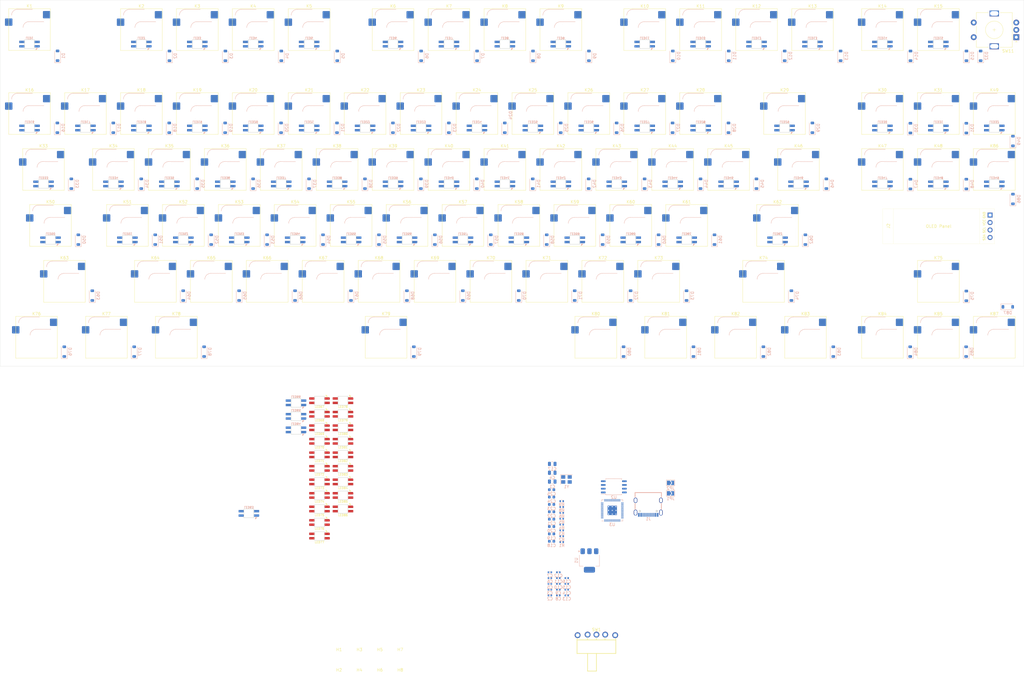
<source format=kicad_pcb>
(kicad_pcb (version 20241229) (generator "pcbnew") (generator_version "9.0")
  (layers (0 "F.Cu" signal) (2 "B.Cu" signal) (13 "F.Paste" user) (15 "B.Paste" user) (5 "F.SilkS" user "F.Silkscreen") (7 "B.SilkS" user "B.Silkscreen") (1 "F.Mask" user) (3 "B.Mask" user) (25 "Edge.Cuts" user))
  (net 0 "")
  (net 1 "GND")
  (net 2 "VBUS")
  (net 3 "/XIN")
  (net 4 "Net-(C3-Pad1)")
  (net 5 "+3V3")
  (net 6 "+1V1")
  (net 7 "VCC")
  (net 8 "Net-(D1-A)")
  (net 9 "/GPIO0")
  (net 10 "Net-(D2-A)")
  (net 11 "Net-(D3-A)")
  (net 12 "Net-(D4-A)")
  (net 13 "Net-(D5-A)")
  (net 14 "Net-(D6-A)")
  (net 15 "Net-(D7-A)")
  (net 16 "Net-(D8-A)")
  (net 17 "Net-(D9-A)")
  (net 18 "Net-(D10-A)")
  (net 19 "Net-(D11-A)")
  (net 20 "Net-(D12-A)")
  (net 21 "Net-(D13-A)")
  (net 22 "Net-(D14-A)")
  (net 23 "Net-(D15-A)")
  (net 24 "/GPIO1")
  (net 25 "Net-(D16-A)")
  (net 26 "Net-(D17-A)")
  (net 27 "Net-(D18-A)")
  (net 28 "Net-(D19-A)")
  (net 29 "Net-(D20-A)")
  (net 30 "Net-(D21-A)")
  (net 31 "Net-(D22-A)")
  (net 32 "Net-(D23-A)")
  (net 33 "Net-(D24-A)")
  (net 34 "Net-(D25-A)")
  (net 35 "Net-(D26-A)")
  (net 36 "Net-(D27-A)")
  (net 37 "Net-(D28-A)")
  (net 38 "Net-(D29-A)")
  (net 39 "Net-(D30-A)")
  (net 40 "Net-(D31-A)")
  (net 41 "ENC_SWA")
  (net 42 "/GPIO2")
  (net 43 "Net-(D33-A)")
  (net 44 "Net-(D34-A)")
  (net 45 "Net-(D35-A)")
  (net 46 "Net-(D36-A)")
  (net 47 "Net-(D37-A)")
  (net 48 "Net-(D38-A)")
  (net 49 "Net-(D39-A)")
  (net 50 "Net-(D40-A)")
  (net 51 "Net-(D41-A)")
  (net 52 "Net-(D42-A)")
  (net 53 "Net-(D43-A)")
  (net 54 "Net-(D44-A)")
  (net 55 "Net-(D45-A)")
  (net 56 "Net-(D46-A)")
  (net 57 "Net-(D47-A)")
  (net 58 "Net-(D48-A)")
  (net 59 "Net-(D49-A)")
  (net 60 "Net-(D50-A)")
  (net 61 "/GPIO3")
  (net 62 "Net-(D51-A)")
  (net 63 "Net-(D52-A)")
  (net 64 "Net-(D53-A)")
  (net 65 "Net-(D54-A)")
  (net 66 "Net-(D55-A)")
  (net 67 "Net-(D56-A)")
  (net 68 "Net-(D57-A)")
  (net 69 "Net-(D58-A)")
  (net 70 "Net-(D59-A)")
  (net 71 "Net-(D60-A)")
  (net 72 "Net-(D61-A)")
  (net 73 "Net-(D62-A)")
  (net 74 "Net-(D63-A)")
  (net 75 "/GPIO4")
  (net 76 "Net-(D64-A)")
  (net 77 "Net-(D65-A)")
  (net 78 "Net-(D66-A)")
  (net 79 "Net-(D67-A)")
  (net 80 "Net-(D68-A)")
  (net 81 "Net-(D69-A)")
  (net 82 "Net-(D70-A)")
  (net 83 "Net-(D71-A)")
  (net 84 "Net-(D72-A)")
  (net 85 "Net-(D73-A)")
  (net 86 "Net-(D74-A)")
  (net 87 "Net-(D75-A)")
  (net 88 "/GPIO5")
  (net 89 "Net-(D76-A)")
  (net 90 "Net-(D77-A)")
  (net 91 "Net-(D78-A)")
  (net 92 "Net-(D79-A)")
  (net 93 "Net-(D80-A)")
  (net 94 "Net-(D81-A)")
  (net 95 "Net-(D82-A)")
  (net 96 "Net-(D83-A)")
  (net 97 "Net-(D84-A)")
  (net 98 "Net-(D85-A)")
  (net 99 "Net-(D86-A)")
  (net 100 "Net-(D87-A)")
  (net 102 "Net-(J1-CC2)")
  (net 103 "Net-(SW1-A)")
  (net 104 "/USB_D-")
  (net 105 "Net-(J1-CC1)")
  (net 109 "/USB_D+")
  (net 110 "I2C_SDA")
  (net 111 "I2C_SCL")
  (net 112 "/~{USB_BOOT}")
  (net 113 "Net-(JP2-B)")
  (net 114 "/COL_0")
  (net 115 "/COL_1")
  (net 116 "/COL_2")
  (net 117 "/COL_3")
  (net 118 "/COL_4")
  (net 119 "/COL_5")
  (net 120 "/COL_6")
  (net 121 "/COL_7")
  (net 122 "/COL_8")
  (net 123 "/COL_9")
  (net 124 "/COL_10")
  (net 125 "/COL_11")
  (net 126 "/COL_12")
  (net 127 "/COL_13")
  (net 128 "/COL_14")
  (net 129 "ENC_SWB")
  (net 130 "/COL_16")
  (net 131 "LED")
  (net 132 "Net-(LED1-DOUT)")
  (net 133 "Net-(LED2-DOUT)")
  (net 134 "Net-(LED3-DOUT)")
  (net 135 "Net-(LED4-DOUT)")
  (net 136 "Net-(LED5-DOUT)")
  (net 137 "Net-(LED6-DOUT)")
  (net 138 "Net-(LED7-DOUT)")
  (net 139 "Net-(LED8-DOUT)")
  (net 140 "Net-(LED10-DIN)")
  (net 141 "Net-(LED10-DOUT)")
  (net 142 "Net-(LED11-DOUT)")
  (net 143 "Net-(LED12-DOUT)")
  (net 144 "Net-(LED13-DOUT)")
  (net 145 "Net-(LED14-DOUT)")
  (net 146 "LED_OUT_0")
  (net 147 "Net-(LED16-DOUT)")
  (net 148 "Net-(LED17-DOUT)")
  (net 149 "Net-(LED18-DOUT)")
  (net 150 "Net-(LED19-DOUT)")
  (net 151 "Net-(LED20-DOUT)")
  (net 152 "Net-(LED21-DOUT)")
  (net 153 "Net-(LED22-DOUT)")
  (net 154 "Net-(LED23-DOUT)")
  (net 155 "Net-(LED24-DOUT)")
  (net 156 "Net-(LED25-DOUT)")
  (net 157 "Net-(LED26-DOUT)")
  (net 158 "Net-(LED27-DOUT)")
  (net 159 "Net-(LED28-DOUT)")
  (net 160 "Net-(LED29-DOUT)")
  (net 161 "Net-(LED30-DOUT)")
  (net 162 "Net-(LED31-DOUT)")
  (net 163 "LED_OUT_1")
  (net 164 "Net-(LED33-DOUT)")
  (net 165 "Net-(LED34-DOUT)")
  (net 166 "Net-(LED35-DOUT)")
  (net 167 "Net-(LED36-DOUT)")
  (net 168 "Net-(LED37-DOUT)")
  (net 169 "Net-(LED38-DOUT)")
  (net 170 "Net-(LED39-DOUT)")
  (net 171 "Net-(LED40-DOUT)")
  (net 172 "Net-(LED41-DOUT)")
  (net 173 "Net-(LED42-DOUT)")
  (net 174 "Net-(LED43-DOUT)")
  (net 175 "Net-(LED44-DOUT)")
  (net 176 "Net-(LED45-DOUT)")
  (net 177 "Net-(LED46-DOUT)")
  (net 178 "Net-(LED47-DOUT)")
  (net 179 "Net-(LED48-DOUT)")
  (net 180 "LED_OUT_2")
  (net 181 "Net-(LED50-DOUT)")
  (net 182 "Net-(LED51-DOUT)")
  (net 183 "Net-(LED52-DOUT)")
  (net 184 "Net-(LED53-DOUT)")
  (net 185 "Net-(LED54-DOUT)")
  (net 186 "Net-(LED55-DOUT)")
  (net 187 "Net-(LED56-DOUT)")
  (net 188 "Net-(LED57-DOUT)")
  (net 189 "Net-(LED58-DOUT)")
  (net 190 "Net-(LED59-DOUT)")
  (net 191 "Net-(LED60-DOUT)")
  (net 192 "Net-(LED61-DOUT)")
  (net 193 "LED_OUT_3")
  (net 194 "Net-(LED63-DOUT)")
  (net 195 "Net-(LED64-DOUT)")
  (net 196 "Net-(LED65-DOUT)")
  (net 197 "Net-(LED66-DOUT)")
  (net 198 "Net-(LED67-DOUT)")
  (net 199 "Net-(LED68-DOUT)")
  (net 200 "Net-(LED69-DOUT)")
  (net 201 "Net-(LED70-DOUT)")
  (net 202 "Net-(LED71-DOUT)")
  (net 203 "Net-(LED72-DOUT)")
  (net 204 "Net-(LED73-DOUT)")
  (net 205 "Net-(LED74-DOUT)")
  (net 206 "LED_OUT_4")
  (net 207 "Net-(LED76-DOUT)")
  (net 208 "Net-(LED77-DOUT)")
  (net 209 "Net-(LED78-DOUT)")
  (net 210 "Net-(LED79-DOUT)")
  (net 211 "Net-(LED80-DOUT)")
  (net 212 "Net-(LED81-DOUT)")
  (net 213 "Net-(LED82-DOUT)")
  (net 214 "Net-(LED83-DOUT)")
  (net 215 "Net-(LED84-DOUT)")
  (net 216 "Net-(LED85-DOUT)")
  (net 218 "/QSPI_SS")
  (net 219 "Net-(U3-USB_DP)")
  (net 220 "Net-(U3-USB_DM)")
  (net 221 "/XOUT")
  (net 222 "/RUN")
  (net 223 "ENC_1_B")
  (net 224 "ENC_1_A")
  (net 225 "/QSPI_SD3")
  (net 226 "/QSPI_SD2")
  (net 227 "/QSPI_SD1")
  (net 228 "/QSPI_SD0")
  (net 229 "/QSPI_SCLK")
  (net 230 "/SWCLK")
  (net 231 "/SWD")
  (net 232 "/GPIO28_ADC2")
  (net 233 "/GPIO29_ADC3")
  (footprint "switches:Hotswap_MX_1.00u" (layer "F.Cu") (at 228.5325 106.325)
    (property "Reference" "K5")
    (property "Value" "F4")
  )
  (footprint "neopixel.petty:SK6812MINI-E" (layer "F.Cu") (at 240.05 251.14725)
    (property "Reference" "LED82")
    (property "Value" "SK6812-MINI-E" (hide yes))
    (fp_line (start -1.7 -1.5) (end 1.7 -1.5) (stroke (width 0.12)) (layer "Edge.Cuts"))
    (fp_line (start -1.7 1.5) (end -1.7 -1.5) (stroke (width 0.12)) (layer "Edge.Cuts"))
    (fp_line (start 1.7 -1.5) (end 1.7 1.5) (stroke (width 0.12)) (layer "Edge.Cuts"))
    (fp_line (start 1.7 1.5) (end -1.7 1.5) (stroke (width 0.12)) (layer "Edge.Cuts"))
  )
  (footprint "switches:Hotswap_MX_1.00u" (layer "F.Cu") (at 166.62 173)
    (property "Reference" "K51")
    (property "Value" "A")
  )
  (footprint "switches:Hotswap_MX_1.00u" (layer "F.Cu") (at 223.77 173)
    (property "Reference" "K54")
    (property "Value" "F")
  )
  (footprint "switches:Hotswap_MX_1.00u" (layer "F.Cu") (at 357.12 173)
    (property "Reference" "K61")
    (property "Value" "\",'")
  )
  (footprint "switches:Hotswap_MX_1.00u" (layer "F.Cu") (at 214.245 192.05)
    (property "Reference" "K66")
    (property "Value" "C")
  )
  (footprint "switches:Hotswap_MX_1.00u" (layer "F.Cu") (at 266.6325 134.9)
    (property "Reference" "K23")
    (property "Value" "&,7")
  )
  (footprint "switches:Hotswap_MX_1.00u" (layer "F.Cu") (at 261.87 173)
    (property "Reference" "K56")
    (property "Value" "H")
  )
  (footprint "switches:Hotswap_MX_1.75u" (layer "F.Cu") (at 140.42625 173)
    (property "Reference" "K50")
    (property "Value" "Caps Lock")
  )
  (footprint "switches:Hotswap_MX_1.00u" (layer "F.Cu") (at 176.145 192.05)
    (property "Reference" "K64")
    (property "Value" "Z")
  )
  (footprint "switches:Hotswap_MX_1.00u" (layer "F.Cu") (at 195.195 192.05)
    (property "Reference" "K65")
    (property "Value" "X")
  )
  (footprint "switches:Hotswap_MX_1.00u" (layer "F.Cu") (at 233.295 192.05)
    (property "Reference" "K67")
    (property "Value" "V")
  )
  (footprint "neopixel.petty:SK6812MINI-E" (layer "F.Cu") (at 232.05 260.36725)
    (property "Reference" "LED73")
    (property "Value" "SK6812-MINI-E" (hide yes))
    (fp_line (start -1.7 -1.5) (end 1.7 -1.5) (stroke (width 0.12)) (layer "Edge.Cuts"))
    (fp_line (start -1.7 1.5) (end -1.7 -1.5) (stroke (width 0.12)) (layer "Edge.Cuts"))
    (fp_line (start 1.7 -1.5) (end 1.7 1.5) (stroke (width 0.12)) (layer "Edge.Cuts"))
    (fp_line (start 1.7 1.5) (end -1.7 1.5) (stroke (width 0.12)) (layer "Edge.Cuts"))
  )
  (footprint "switches:Hotswap_MX_1.00u" (layer "F.Cu") (at 228.5325 134.9)
    (property "Reference" "K21")
    (property "Value" "%,5")
  )
  (footprint "neopixel.petty:SK6812MINI-E" (layer "F.Cu") (at 232.05 237.31725)
    (property "Reference" "LED68")
    (property "Value" "SK6812-MINI-E" (hide yes))
    (fp_line (start -1.7 -1.5) (end 1.7 -1.5) (stroke (width 0.12)) (layer "Edge.Cuts"))
    (fp_line (start -1.7 1.5) (end -1.7 -1.5) (stroke (width 0.12)) (layer "Edge.Cuts"))
    (fp_line (start 1.7 -1.5) (end 1.7 1.5) (stroke (width 0.12)) (layer "Edge.Cuts"))
    (fp_line (start 1.7 1.5) (end -1.7 1.5) (stroke (width 0.12)) (layer "Edge.Cuts"))
  )
  (footprint "switches:Hotswap_MX_1.00u" (layer "F.Cu") (at 185.67 173)
    (property "Reference" "K52")
    (property "Value" "S")
  )
  (footprint "switches:Hotswap_MX_2.25u" (layer "F.Cu") (at 145.18875 192.05)
    (property "Reference" "K63")
    (property "Value" "Shift")
  )
  (footprint "switches:Hotswap_MX_1.25u" (layer "F.Cu") (at 135.66375 211.1)
    (property "Reference" "K76")
    (property "Value" "Ctrl")
  )
  (footprint "switches:Hotswap_MX_1.00u" (layer "F.Cu") (at 219.0075 153.95)
    (property "Reference" "K37")
    (property "Value" "R")
  )
  (footprint "switches:Hotswap_MX_1.25u" (layer "F.Cu") (at 183.28875 211.1)
    (property "Reference" "K78")
    (property "Value" "Alt")
  )
  (footprint "switches:Hotswap_MX_1.00u" (layer "F.Cu") (at 442.845 106.325)
    (property "Reference" "K15")
    (property "Value" "Blank")
  )
  (footprint "switches:Hotswap_MX_2.75u" (layer "F.Cu") (at 383.31375 192.05)
    (property "Reference" "K74")
    (property "Value" "Shift")
  )
  (footprint "Components:SSD1306-0.91-OLED-4pin-128x32" (layer "F.Cu") (at 423.96 167.295)
    (property "Reference" "J2")
    (property "Value" "Conn_01x04")
  )
  (footprint "switches:Hotswap_MX_1.00u" (layer "F.Cu") (at 423.795 153.95)
    (property "Reference" "K47")
    (property "Value" "Delete")
  )
  (footprint "MountingHole:MountingHole_2.7mm_M2.5" (layer "F.Cu") (at 252.6 328.15)
    (property "Reference" "H6")
    (property "Value" "MountingHole")
  )
  (footprint "switches:Hotswap_MX_1.00u" (layer "F.Cu") (at 423.795 106.325)
    (property "Reference" "K14")
    (property "Value" "Blank")
  )
  (footprint "MountingHole:MountingHole_2.7mm_M2.5" (layer "F.Cu") (at 238.7 321.2)
    (property "Reference" "H1")
    (property "Value" "MountingHole")
  )
  (footprint "neopixel.petty:SK6812MINI-E" (layer "F.Cu") (at 240.05 255.75725)
    (property "Reference" "LED83")
    (property "Value" "SK6812-MINI-E" (hide yes))
    (fp_line (start -1.7 -1.5) (end 1.7 -1.5) (stroke (width 0.12)) (layer "Edge.Cuts"))
    (fp_line (start -1.7 1.5) (end -1.7 -1.5) (stroke (width 0.12)) (layer "Edge.Cuts"))
    (fp_line (start 1.7 -1.5) (end 1.7 1.5) (stroke (width 0.12)) (layer "Edge.Cuts"))
    (fp_line (start 1.7 1.5) (end -1.7 1.5) (stroke (width 0.12)) (layer "Edge.Cuts"))
  )
  (footprint "switches:Hotswap_MX_1.00u" (layer "F.Cu") (at 276.1575 106.325)
    (property "Reference" "K7")
    (property "Value" "F6")
  )
  (footprint "switches:Hotswap_MX_1.00u" (layer "F.Cu") (at 171.3825 134.9)
    (property "Reference" "K18")
    (property "Value" "@,2")
  )
  (footprint "switches:Hotswap_MX_1.00u" (layer "F.Cu") (at 152.3325 134.9)
    (property "Reference" "K17")
    (property "Value" "!,1")
  )
  (footprint "switches:Hotswap_MX_1.00u" (layer "F.Cu") (at 290.445 192.05)
    (property "Reference" "K70")
    (property "Value" "M")
  )
  (footprint "switches:Hotswap_MX_1.00u" (layer "F.Cu") (at 133.27 106.3)
    (property "Reference" "K1")
    (property "Value" "Esc")
  )
  (footprint "switches:Hotswap_MX_1.00u" (layer "F.Cu") (at 257.1075 153.95)
    (property "Reference" "K39")
    (property "Value" "Y")
  )
  (footprint "switches:Hotswap_MX_1.00u" (layer "F.Cu") (at 314.2575 106.325)
    (property "Reference" "K9")
    (property "Value" "F8")
  )
  (footprint "switches:Hotswap_MX_1.00u" (layer "F.Cu") (at 333.3075 153.95)
    (property "Reference" "K43")
    (property "Value" "P")
  )
  (footprint "Components:encoder" (layer "F.Cu") (at 469.395 108.9 180)
    (property "Reference" "SW11")
    (property "Value" "RotaryEncoder_Switch")
  )
  (footprint "switches:Hotswap_MX_1.00u" (layer "F.Cu") (at 171.3825 106.325)
    (property "Reference" "K2")
    (property "Value" "F1")
  )
  (footprint "switches:Hotswap_MX_1.50u" (layer "F.Cu") (at 395.22 153.95)
    (property "Reference" "K46")
    (property "Value" "|,\\")
  )
  (footprint "neopixel.petty:SK6812MINI-E" (layer "F.Cu") (at 240.05 241.92725)
    (property "Reference" "LED80")
    (property "Value" "SK6812-MINI-E" (hide yes))
    (fp_line (start -1.7 -1.5) (end 1.7 -1.5) (stroke (width 0.12)) (layer "Edge.Cuts"))
    (fp_line (start -1.7 1.5) (end -1.7 -1.5) (stroke (width 0.12)) (layer "Edge.Cuts"))
    (fp_line (start 1.7 -1.5) (end 1.7 1.5) (stroke (width 0.12)) (layer "Edge.Cuts"))
    (fp_line (start 1.7 1.5) (end -1.7 1.5) (stroke (width 0.12)) (layer "Edge.Cuts"))
  )
  (footprint "switches:Hotswap_MX_1.00u" (layer "F.Cu") (at 314.2575 153.95)
    (property "Reference" "K42")
    (property "Value" "O")
  )
  (footprint "switches:Hotswap_MX_1.00u" (layer "F.Cu") (at 342.8325 134.9)
    (property "Reference" "K27")
    (property "Value" "_,-")
  )
  (footprint "MountingHole:MountingHole_2.7mm_M2.5" (layer "F.Cu") (at 238.7 328.15)
    (property "Reference" "H2")
    (property "Value" "MountingHole")
  )
  (footprint "switches:Hotswap_MX_1.00u" (layer "F.Cu") (at 361.8825 134.9)
    (property "Reference" "K28")
    (property "Value" "+,=")
  )
  (footprint "switches:Hotswap_MX_1.00u" (layer "F.Cu") (at 161.8575 153.95)
    (property "Reference" "K34")
    (property "Value" "Q")
  )
  (footprint "switches:Hotswap_MX_1.00u" (layer "F.Cu") (at 199.9575 153.95)
    (property "Reference" "K36")
    (property "Value" "E")
  )
  (footprint "neopixel.petty:SK6812MINI-E" (layer "F.Cu") (at 232.05 269.58725)
    (property "Reference" "LED75")
    (property "Value" "SK6812-MINI-E" (hide yes))
    (fp_line (start -1.7 -1.5) (end 1.7 -1.5) (stroke (width 0.12)) (layer "Edge.Cuts"))
    (fp_line (start -1.7 1.5) (end -1.7 -1.5) (stroke (width 0.12)) (layer "Edge.Cuts"))
    (fp_line (start 1.7 -1.5) (end 1.7 1.5) (stroke (width 0.12)) (layer "Edge.Cuts"))
    (fp_line (start 1.7 1.5) (end -1.7 1.5) (stroke (width 0.12)) (layer "Edge.Cuts"))
  )
  (footprint "switches:Hotswap_MX_1.00u" (layer "F.Cu") (at 242.82 173)
    (property "Reference" "K55")
    (property "Value" "G")
  )
  (footprint "switches:Hotswap_MX_1.00u" (layer "F.Cu") (at 323.7825 134.9)
    (property "Reference" "K26")
    (property "Value" "),0")
  )
  (footprint "switches:Hotswap_MX_1.00u" (layer "F.Cu") (at 461.895 134.9)
    (property "Reference" "K49")
    (property "Value" "PgUp")
  )
  (footprint "neopixel.petty:SK6812MINI-E" (layer "F.Cu") (at 232.05 274.19725)
    (property "Reference" "LED76")
    (property "Value" "SK6812-MINI-E" (hide yes))
    (fp_line (start -1.7 -1.5) (end 1.7 -1.5) (stroke (width 0.12)) (layer "Edge.Cuts"))
    (fp_line (start -1.7 1.5) (end -1.7 -1.5) (stroke (width 0.12)) (layer "Edge.Cuts"))
    (fp_line (start 1.7 -1.5) (end 1.7 1.5) (stroke (width 0.12)) (layer "Edge.Cuts"))
    (fp_line (start 1.7 1.5) (end -1.7 1.5) (stroke (width 0.12)) (layer "Edge.Cuts"))
  )
  (footprint "switches:Hotswap_MX_1.00u" (layer "F.Cu") (at 371.4075 153.95)
    (property "Reference" "K45")
    (property "Value" "},]")
  )
  (footprint "switches:Hotswap_MX_1.00u" (layer "F.Cu") (at 423.795 134.9)
    (property "Reference" "K30")
    (property "Value" "Insert")
  )
  (footprint "switches:Hotswap_MX_1.00u" (layer "F.Cu") (at 295.2075 153.95)
    (property "Reference" "K41")
    (property "Value" "I")
  )
  (footprint "switches:Hotswap_MX_1.00u" (layer "F.Cu") (at 361.8825 106.325)
    (property "Reference" "K11")
    (property "Value" "F10")
  )
  (footprint "switches:Hotswap_MX_1.25u" (layer "F.Cu") (at 326.16375 211.1)
    (property "Reference" "K80")
    (property "Value" "Alt")
  )
  (footprint "switches:Hotswap_MX_1.00u" (layer "F.Cu") (at 209.4825 106.325)
    (property "Reference" "K4")
    (property "Value" "F3")
  )
  (footprint "switches:Hotswap_MX_1.00u" (layer "F.Cu") (at 299.97 173)
    (property "Reference" "K58")
    (property "Value" "K")
  )
  (footprint "MountingHole:MountingHole_2.7mm_M2.5" (layer "F.Cu") (at 245.65 321.2)
    (property "Reference" "H3")
    (property "Value" "MountingHole")
  )
  (footprint "neopixel.petty:SK6812MINI-E" (layer "F.Cu") (at 240.05 232.70725)
    (property "Reference" "LED78")
    (property "Value" "SK6812-MINI-E" (hide yes))
    (fp_line (start -1.7 -1.5) (end 1.7 -1.5) (stroke (width 0.12)) (layer "Edge.Cuts"))
    (fp_line (start -1.7 1.5) (end -1.7 -1.5) (stroke (width 0.12)) (layer "Edge.Cuts"))
    (fp_line (start 1.7 -1.5) (end 1.7 1.5) (stroke (width 0.12)) (layer "Edge.Cuts"))
    (fp_line (start 1.7 1.5) (end -1.7 1.5) (stroke (width 0.12)) (layer "Edge.Cuts"))
  )
  (footprint "switches:Hotswap_MX_1.00u" (layer "F.Cu") (at 295.2075 106.325)
    (property "Reference" "K8")
    (property "Value" "F7")
  )
  (footprint "neopixel.petty:SK6812MINI-E" (layer "F.Cu") (at 232.05 251.14725)
    (property "Reference" "LED71")
    (property "Value" "SK6812-MINI-E" (hide yes))
    (fp_line (start -1.7 -1.5) (end 1.7 -1.5) (stroke (width 0.12)) (layer "Edge.Cuts"))
    (fp_line (start -1.7 1.5) (end -1.7 -1.5) (stroke (width 0.12)) (layer "Edge.Cuts"))
    (fp_line (start 1.7 -1.5) (end 1.7 1.5) (stroke (width 0.12)) (layer "Edge.Cuts"))
    (fp_line (start 1.7 1.5) (end -1.7 1.5) (stroke (width 0.12)) (layer "Edge.Cuts"))
  )
  (footprint "switches:Hotswap_MX_1.00u" (layer "F.Cu") (at 180.9075 153.95)
    (property "Reference" "K35")
    (property "Value" "W")
  )
  (footprint "switches:Hotswap_MX_1.00u" (layer "F.Cu") (at 328.545 192.05)
    (property "Reference" "K72")
    (property "Value" ">,.")
  )
  (footprint "neopixel.petty:SK6812MINI-E" (layer "F.Cu") (at 232.05 246.53725)
    (property "Reference" "LED70")
    (property "Value" "SK6812-MINI-E" (hide yes))
    (fp_line (start -1.7 -1.5) (end 1.7 -1.5) (stroke (width 0.12)) (layer "Edge.Cuts"))
    (fp_line (start -1.7 1.5) (end -1.7 -1.5) (stroke (width 0.12)) (layer "Edge.Cuts"))
    (fp_line (start 1.7 -1.5) (end 1.7 1.5) (stroke (width 0.12)) (layer "Edge.Cuts"))
    (fp_line (start 1.7 1.5) (end -1.7 1.5) (stroke (width 0.12)) (layer "Edge.Cuts"))
  )
  (footprint "neopixel.petty:SK6812MINI-E" (layer "F.Cu") (at 240.05 264.97725)
    (property "Reference" "LED85")
    (property "Value" "SK6812-MINI-E" (hide yes))
    (fp_line (start -1.7 -1.5) (end 1.7 -1.5) (stroke (width 0.12)) (layer "Edge.Cuts"))
    (fp_line (start -1.7 1.5) (end -1.7 -1.5) (stroke (width 0.12)) (layer "Edge.Cuts"))
    (fp_line (start 1.7 -1.5) (end 1.7 1.5) (stroke (width 0.12)) (layer "Edge.Cuts"))
    (fp_line (start 1.7 1.5) (end -1.7 1.5) (stroke (width 0.12)) (layer "Edge.Cuts"))
  )
  (footprint "switches:Hotswap_MX_1.00u" (layer "F.Cu") (at 380.9325 106.325)
    (property "Reference" "K12")
    (property "Value" "F11")
  )
  (footprint "MountingHole:MountingHole_2.7mm_M2.5" (layer "F.Cu") (at 252.6 321.2)
    (property "Reference" "H5")
    (property "Value" "MountingHole")
  )
  (footprint "switches:Hotswap_MX_1.00u" (layer "F.Cu") (at 133.2825 134.9)
    (property "Reference" "K16")
    (property "Value" "~~,`")
  )
  (footprint "switches:Hotswap_MX_1.00u" (layer "F.Cu") (at 309.495 192.05)
    (property "Reference" "K71")
    (property "Value" "<,,")
  )
  (footprint "neopixel.petty:SK6812MINI-E" (layer "F.Cu") (at 240.05 237.31725)
    (property "Reference" "LED79")
    (property "Value" "SK6812-MINI-E" (hide yes))
    (fp_line (start -1.7 -1.5) (end 1.7 -1.5) (stroke (width 0.12)) (layer "Edge.Cuts"))
    (fp_line (start -1.7 1.5) (end -1.7 -1.5) (stroke (width 0.12)) (layer "Edge.Cuts"))
    (fp_line (start 1.7 -1.5) (end 1.7 1.5) (stroke (width 0.12)) (layer "Edge.Cuts"))
    (fp_line (start 1.7 1.5) (end -1.7 1.5) (stroke (width 0.12)) (layer "Edge.Cuts"))
  )
  (footprint "switches:Hotswap_MX_1.00u" (layer "F.Cu") (at 442.845 134.9)
    (property "Reference" "K31")
    (property "Value" "Home")
  )
  (footprint "MountingHole:MountingHole_2.7mm_M2.5" (layer "F.Cu") (at 259.55 321.2)
    (property "Reference" "H7")
    (property "Value" "MountingHole")
  )
  (footprint "neopixel.petty:SK6812MINI-E" (layer "F.Cu") (at 240.05 260.36725)
    (property "Reference" "LED84")
    (property "Value" "SK6812-MINI-E" (hide yes))
    (fp_line (start -1.7 -1.5) (end 1.7 -1.5) (stroke (width 0.12)) (layer "Edge.Cuts"))
    (fp_line (start -1.7 1.5) (end -1.7 -1.5) (stroke (width 0.12)) (layer "Edge.Cuts"))
    (fp_line (start 1.7 -1.5) (end 1.7 1.5) (stroke (width 0.12)) (layer "Edge.Cuts"))
    (fp_line (start 1.7 1.5) (end -1.7 1.5) (stroke (width 0.12)) (layer "Edge.Cuts"))
  )
  (footprint "neopixel.petty:SK6812MINI-E" (layer "F.Cu") (at 232.05 278.80725)
    (property "Reference" "LED77")
    (property "Value" "SK6812-MINI-E" (hide yes))
    (fp_line (start -1.7 -1.5) (end 1.7 -1.5) (stroke (width 0.12)) (layer "Edge.Cuts"))
    (fp_line (start -1.7 1.5) (end -1.7 -1.5) (stroke (width 0.12)) (layer "Edge.Cuts"))
    (fp_line (start 1.7 -1.5) (end 1.7 1.5) (stroke (width 0.12)) (layer "Edge.Cuts"))
    (fp_line (start 1.7 1.5) (end -1.7 1.5) (stroke (width 0.12)) (layer "Edge.Cuts"))
  )
  (footprint "switches:Hotswap_MX_1.50u" (layer "F.Cu") (at 138.045 153.95)
    (property "Reference" "K33")
    (property "Value" "Tab")
  )
  (footprint "switches:Hotswap_MX_1.00u" (layer "F.Cu") (at 461.895 153.95)
    (property "Reference" "K86")
    (property "Value" "PgDn")
  )
  (footprint "switches:Hotswap_MX_1.00u" (layer "F.Cu") (at 271.395 192.05)
    (property "Reference" "K69")
    (property "Value" "N")
  )
  (footprint "MountingHole:MountingHole_2.7mm_M2.5" (layer "F.Cu") (at 245.65 328.15)
    (property "Reference" "H4")
    (property "Value" "MountingHole")
  )
  (footprint "switches:Hotswap_MX_1.00u" (layer "F.Cu") (at 190.4325 106.325)
    (property "Reference" "K3")
    (property "Value" "F2")
  )
  (footprint "switches:Hotswap_MX_1.00u" (layer "F.Cu") (at 247.5825 134.9)
    (property "Reference" "K22")
    (property "Value" "^,6")
  )
  (footprint "neopixel.petty:SK6812MINI-E" (layer "F.Cu") (at 232.05 264.97725)
    (property "Reference" "LED74")
    (property "Value" "SK6812-MINI-E" (hide yes))
    (fp_line (start -1.7 -1.5) (end 1.7 -1.5) (stroke (width 0.12)) (layer "Edge.Cuts"))
    (fp_line (start -1.7 1.5) (end -1.7 -1.5) (stroke (width 0.12)) (layer "Edge.Cuts"))
    (fp_line (start 1.7 -1.5) (end 1.7 1.5) (stroke (width 0.12)) (layer "Edge.Cuts"))
    (fp_line (start 1.7 1.5) (end -1.7 1.5) (stroke (width 0.12)) (layer "Edge.Cuts"))
  )
  (footprint "switches:Hotswap_MX_1.00u" (layer "F.Cu") (at 399.982 106.325)
    (property "Reference" "K13")
    (property "Value" "F12")
  )
  (footprint "neopixel.petty:SK6812MINI-E" (layer "F.Cu") (at 232.05 232.70725)
    (property "Reference" "LED67")
    (property "Value" "SK6812-MINI-E" (hide yes))
    (fp_line (start -1.7 -1.5) (end 1.7 -1.5) (stroke (width 0.12)) (layer "Edge.Cuts"))
    (fp_line (start -1.7 1.5) (end -1.7 -1.5) (stroke (width 0.12)) (layer "Edge.Cuts"))
    (fp_line (start 1.7 -1.5) (end 1.7 1.5) (stroke (width 0.12)) (layer "Edge.Cuts"))
    (fp_line (start 1.7 1.5) (end -1.7 1.5) (stroke (width 0.12)) (layer "Edge.Cuts"))
  )
  (footprint "neopixel.petty:SK6812MINI-E" (layer "F.Cu") (at 232.05 241.92725)
    (property "Reference" "LED69")
    (property "Value" "SK6812-MINI-E" (hide yes))
    (fp_line (start -1.7 -1.5) (end 1.7 -1.5) (stroke (width 0.12)) (layer "Edge.Cuts"))
    (fp_line (start -1.7 1.5) (end -1.7 -1.5) (stroke (width 0.12)) (layer "Edge.Cuts"))
    (fp_line (start 1.7 -1.5) (end 1.7 1.5) (stroke (width 0.12)) (layer "Edge.Cuts"))
    (fp_line (start 1.7 1.5) (end -1.7 1.5) (stroke (width 0.12)) (layer "Edge.Cuts"))
  )
  (footprint "switches:Hotswap_MX_2.00u" (layer "F.Cu") (at 390.4575 134.9)
    (property "Reference" "K29")
    (property "Value" "Backspace")
  )
  (footprint "switches:Hotswap_MX_1.00u" (layer "F.Cu") (at 209.4825 134.9)
    (property "Reference" "K20")
    (property "Value" "$,4")
  )
  (footprint "switches:Hotswap_MX_1.00u" (layer "F.Cu") (at 190.4325 134.9)
    (property "Reference" "K19")
    (property "Value" "#,3")
  )
  (footprint "neopixel.petty:SK6812MINI-E" (layer "F.Cu") (at 240.05 269.58725)
    (property "Reference" "LED86")
    (property "Value" "SK6812-MINI-E" (hide yes))
    (fp_line (start -1.7 -1.5) (end 1.7 -1.5) (stroke (width 0.12)) (layer "Edge.Cuts"))
    (fp_line (start -1.7 1.5) (end -1.7 -1.5) (stroke (width 0.12)) (layer "Edge.Cuts"))
    (fp_line (start 1.7 -1.5) (end 1.7 1.5) (stroke (width 0.12)) (layer "Edge.Cuts"))
    (fp_line (start 1.7 1.5) (end -1.7 1.5) (stroke (width 0.12)) (layer "Edge.Cuts"))
  )
  (footprint "switches:Hotswap_MX_1.00u" (layer "F.Cu") (at 204.72 173)
    (property "Reference" "K53")
    (property "Value" "D")
  )
  (footprint "switches:Hotswap_MX_1.00u" (layer "F.Cu") (at 347.595 192.05)
    (property "Reference" "K73")
    (property "Value" "?,/")
  )
  (footprint "neopixel.petty:SK6812MINI-E" (layer "F.Cu") (at 232.05 255.75725)
    (property "Reference" "LED72")
    (property "Value" "SK6812-MINI-E" (hide yes))
    (fp_line (start -1.7 -1.5) (end 1.7 -1.5) (stroke (width 0.12)) (layer "Edge.Cuts"))
    (fp_line (start -1.7 1.5) (end -1.7 -1.5) (stroke (width 0.12)) (layer "Edge.Cuts"))
    (fp_line (start 1.7 -1.5) (end 1.7 1.5) (stroke (width 0.12)) (layer "Edge.Cuts"))
    (fp_line (start 1.7 1.5) (end -1.7 1.5) (stroke (width 0.12)) (layer "Edge.Cuts"))
  )
  (footprint "switches:Hotswap_MX_1.00u" (layer "F.Cu") (at 304.7325 134.9)
    (property "Reference" "K25")
    (property "Value" "(,9")
  )
  (footprint "switches:Hotswap_MX_1.00u" (layer "F.Cu") (at 442.845 153.95)
    (property "Reference" "K48")
    (property "Value" "End")
  )
  (footprint "switches:Hotswap_MX_1.25u" (layer "F.Cu") (at 397.60125 211.1)
    (property "Reference" "K83")
    (property "Value" "Ctrl")
  )
  (footprint "switches:Hotswap_MX_1.00u" (layer "F.Cu") (at 423.795 211.1)
    (property "Reference" "K84")
    (property "Value" "←")
  )
  (footprint "switches:Hotswap_MX_1.00u" (layer "F.Cu") (at 280.92 173)
    (property "Reference" "K57")
    (property "Value" "J")
  )
  (footprint "switches:Hotswap_MX_1.25u" (layer "F.Cu") (at 159.47625 211.1)
    (property "Reference" "K77")
    (property "Value" "Win")
  )
  (footprint "switches:Hotswap_MX_2.25u" (layer "F.Cu") (at 388.07625 173)
    (property "Reference" "K62")
    (property "Value" "Enter")
  )
  (footprint "switches:Hotswap_MX_6.25u" (layer "F.Cu") (at 254.72625 211.1)
    (property "Reference" "K79")
    (property "Value" "Blank")
  )
  (footprint "switches:Hotswap_MX_1.00u" (layer "F.Cu") (at 338.07 173)
    (property "Reference" "K60")
    (property "Value" ":,;")
  )
  (footprint "switches:Hotswap_MX_1.00u" (layer "F.Cu") (at 442.845 192.05)
    (property "Reference" "K75")
    (property "Value" "↑")
  )
  (footprint "switches:Hotswap_MX_1.00u" (layer "F.Cu") (at 238.0575 153.95)
    (property "Reference" "K38")
    (property "Value" "T")
  )
  (footprint "switches:Hotswap_MX_1.00u" (layer "F.Cu") (at 257.1075 106.325)
    (property "Reference" "K6")
    (property "Value" "F5")
  )
  (footprint "switches:Hotswap_MX_1.00u" (layer "F.Cu") (at 352.3575 153.95)
    (property "Reference" "K44")
    (property "Value" "{,[")
  )
  (footprint "neopixel.petty:SK6812MINI-E" (layer "F.Cu") (at 240.05 246.53725)
    (property "Reference" "LED81")
    (property "Value" "SK6812-MINI-E" (hide yes))
    (fp_line (start -1.7 -1.5) (end 1.7 -1.5) (stroke (width 0.12)) (layer "Edge.Cuts"))
    (fp_line (start -1.7 1.5) (end -1.7 -1.5) (stroke (width 0.12)) (layer "Edge.Cuts"))
    (fp_line (start 1.7 -1.5) (end 1.7 1.5) (stroke (width 0.12)) (layer "Edge.Cuts"))
    (fp_line (start 1.7 1.5) (end -1.7 1.5) (stroke (width 0.12)) (layer "Edge.Cuts"))
  )
  (footprint "switches:Hotswap_MX_1.00u" (layer "F.Cu") (at 252.345 192.05)
    (property "Reference" "K68")
    (property "Value" "B")
  )
  (footprint "switches:Hotswap_MX_1.00u" (layer "F.Cu") (at 342.8325 106.325)
    (property "Reference" "K10")
    (property "Value" "F9")
  )
  (footprint "switches:Hotswap_MX_1.25u" (layer "F.Cu") (at 349.97625 211.1)
    (property "Reference" "K81")
    (property "Value" "Win")
  )
  (footprint "switches:Hotswap_MX_1.00u" (layer "F.Cu") (at 319.02 173)
    (property "Reference" "K59")
    (property "Value" "L")
  )
  (footprint "switches:Hotswap_MX_1.25u" (layer "F.Cu") (at 373.78875 211.1)
    (property "Reference" "K82")
    (property "Value" "Menu")
  )
  (footprint "switches:Hotswap_MX_1.00u" (layer "F.Cu") (at 276.1575 153.95)
    (property "Reference" "K40")
    (property "Value" "U")
  )
  (footprint "Components:SW-TH_KH-SS12F23-G6" (layer "F.Cu") (at 326.375 312.483)
    (property "Reference" "SW1")
    (property "Value" "SW_SPST")
  )
  (footprint "switches:Hotswap_MX_1.00u" (layer "F.Cu") (at 285.6825 134.9)
    (property "Reference" "K24")
    (property "Value" "*,8")
  )
  (footprint "switches:Hotswap_MX_1.00u" (layer "F.Cu") (at 461.8946 211.1)
    (property "Reference" "K87")
    (property "Value" "→")
  )
  (footprint "MountingHole:MountingHole_2.7mm_M2.5" (layer "F.Cu") (at 259.55 328.15)
    (property "Reference" "H8")
    (property "Value" "MountingHole")
  )
  (footprint "switches:Hotswap_MX_1.00u" (layer "F.Cu") (at 442.845 211.1)
    (property "Reference" "K85")
    (property "Value" "↓")
  )
  (footprint "Resistor_SMD:R_0402_1005Metric" (layer "B.Cu") (at 314.565 280.8545)
    (property "Reference" "R1")
    (property "Value" "1k")
  )
  (footprint "Diode_SMD:D_SOD-123" (layer "B.Cu") (at 209.4375 158.81 90)
    (property "Reference" "D36")
    (property "Value" "D")
  )
  (footprint "Diode_SMD:D_SOD-123" (layer "B.Cu") (at 304.6875 158.81 90)
    (property "Reference" "D41")
    (property "Value" "D")
  )
  (footprint "neopixel.petty:SK6812MINI-E" (layer "B.Cu") (at 223.77 177.925)
    (property "Reference" "LED54")
    (property "Value" "SK6812-MINI-E" (hide yes))
    (fp_line (start -1.7 -1.5) (end -1.7 1.5) (stroke (width 0.12)) (layer "Edge.Cuts"))
    (fp_line (start -1.7 1.5) (end 1.7 1.5) (stroke (width 0.12)) (layer "Edge.Cuts"))
    (fp_line (start 1.7 -1.5) (end -1.7 -1.5) (stroke (width 0.12)) (layer "Edge.Cuts"))
    (fp_line (start 1.7 1.5) (end 1.7 -1.5) (stroke (width 0.12)) (layer "Edge.Cuts"))
  )
  (footprint "neopixel.petty:SK6812MINI-E" (layer "B.Cu") (at 442.833 111.25)
    (property "Reference" "LED15")
    (property "Value" "SK6812-MINI-E" (hide yes))
    (fp_line (start -1.7 -1.5) (end -1.7 1.5) (stroke (width 0.12)) (layer "Edge.Cuts"))
    (fp_line (start -1.7 1.5) (end 1.7 1.5) (stroke (width 0.12)) (layer "Edge.Cuts"))
    (fp_line (start 1.7 -1.5) (end -1.7 -1.5) (stroke (width 0.12)) (layer "Edge.Cuts"))
    (fp_line (start 1.7 1.5) (end 1.7 -1.5) (stroke (width 0.12)) (layer "Edge.Cuts"))
  )
  (footprint "Diode_SMD:D_SOD-123" (layer "B.Cu") (at 247.5375 158.81 90)
    (property "Reference" "D38")
    (property "Value" "D")
  )
  (footprint "neopixel.petty:SK6812MINI-E" (layer "B.Cu") (at 442.845 139.825)
    (property "Reference" "LED31")
    (property "Value" "SK6812-MINI-E" (hide yes))
    (fp_line (start -1.7 -1.5) (end -1.7 1.5) (stroke (width 0.12)) (layer "Edge.Cuts"))
    (fp_line (start -1.7 1.5) (end 1.7 1.5) (stroke (width 0.12)) (layer "Edge.Cuts"))
    (fp_line (start 1.7 -1.5) (end -1.7 -1.5) (stroke (width 0.12)) (layer "Edge.Cuts"))
    (fp_line (start 1.7 1.5) (end 1.7 -1.5) (stroke (width 0.12)) (layer "Edge.Cuts"))
  )
  (footprint "Diode_SMD:D_SOD-123" (layer "B.Cu") (at 323.7375 158.81 90)
    (property "Reference" "D42")
    (property "Value" "D")
  )
  (footprint "Capacitor_SMD:C_0402_1005Metric" (layer "B.Cu") (at 310.535 297.0645)
    (property "Reference" "C3")
    (property "Value" "15p")
  )
  (footprint "Diode_SMD:D_SOD-123" (layer "B.Cu") (at 176.1 177.86 90)
    (property "Reference" "D51")
    (property "Value" "D")
  )
  (footprint "Diode_SMD:D_SOD-123" (layer "B.Cu") (at 168.9375 216 90)
    (property "Reference" "D77")
    (property "Value" "D")
  )
  (footprint "Capacitor_SMD:C_0603_1608Metric" (layer "B.Cu") (at 311.105 270.5545)
    (property "Reference" "C22")
    (property "Value" "2.2uF")
  )
  (footprint "neopixel.petty:SK6812MINI-E" (layer "B.Cu") (at 199.96 158.875)
    (property "Reference" "LED36")
    (property "Value" "SK6812-MINI-E" (hide yes))
    (fp_line (start -1.7 -1.5) (end -1.7 1.5) (stroke (width 0.12)) (layer "Edge.Cuts"))
    (fp_line (start -1.7 1.5) (end 1.7 1.5) (stroke (width 0.12)) (layer "Edge.Cuts"))
    (fp_line (start 1.7 -1.5) (end -1.7 -1.5) (stroke (width 0.12)) (layer "Edge.Cuts"))
    (fp_line (start 1.7 1.5) (end 1.7 -1.5) (stroke (width 0.12)) (layer "Edge.Cuts"))
  )
  (footprint "neopixel.petty:SK6812MINI-E" (layer "B.Cu") (at 299.97 177.925)
    (property "Reference" "LED58")
    (property "Value" "SK6812-MINI-E" (hide yes))
    (fp_line (start -1.7 -1.5) (end -1.7 1.5) (stroke (width 0.12)) (layer "Edge.Cuts"))
    (fp_line (start -1.7 1.5) (end 1.7 1.5) (stroke (width 0.12)) (layer "Edge.Cuts"))
    (fp_line (start 1.7 -1.5) (end -1.7 -1.5) (stroke (width 0.12)) (layer "Edge.Cuts"))
    (fp_line (start 1.7 1.5) (end 1.7 -1.5) (stroke (width 0.12)) (layer "Edge.Cuts"))
  )
  (footprint "Diode_SMD:D_SOD-123" (layer "B.Cu") (at 252.3 177.86 90)
    (property "Reference" "D55")
    (property "Value" "D")
  )
  (footprint "Resistor_SMD:R_0402_1005Metric" (layer "B.Cu") (at 314.565 268.9145)
    (property "Reference" "R8")
    (property "Value" "5.1k")
  )
  (footprint "Diode_SMD:D_SOD-123" (layer "B.Cu") (at 271.35 177.86 90)
    (property "Reference" "D56")
    (property "Value" "D")
  )
  (footprint "Diode_SMD:D_SOD-123" (layer "B.Cu") (at 195.15 177.86 90)
    (property "Reference" "D52")
    (property "Value" "D")
  )
  (footprint "neopixel.petty:SK6812MINI-E" (layer "B.Cu") (at 161.86 158.875)
    (property "Reference" "LED34")
    (property "Value" "SK6812-MINI-E" (hide yes))
    (fp_line (start -1.7 -1.5) (end -1.7 1.5) (stroke (width 0.12)) (layer "Edge.Cuts"))
    (fp_line (start -1.7 1.5) (end 1.7 1.5) (stroke (width 0.12)) (layer "Edge.Cuts"))
    (fp_line (start 1.7 -1.5) (end -1.7 -1.5) (stroke (width 0.12)) (layer "Edge.Cuts"))
    (fp_line (start 1.7 1.5) (end 1.7 -1.5) (stroke (width 0.12)) (layer "Edge.Cuts"))
  )
  (footprint "neopixel.petty:SK6812MINI-E" (layer "B.Cu") (at 171.37 111.25)
    (property "Reference" "LED2")
    (property "Value" "SK6812-MINI-E" (hide yes))
    (fp_line (start -1.7 -1.5) (end -1.7 1.5) (stroke (width 0.12)) (layer "Edge.Cuts"))
    (fp_line (start -1.7 1.5) (end 1.7 1.5) (stroke (width 0.12)) (layer "Edge.Cuts"))
    (fp_line (start 1.7 -1.5) (end -1.7 -1.5) (stroke (width 0.12)) (layer "Edge.Cuts"))
    (fp_line (start 1.7 1.5) (end 1.7 -1.5) (stroke (width 0.12)) (layer "Edge.Cuts"))
  )
  (footprint "Capacitor_SMD:C_0402_1005Metric" (layer "B.Cu") (at 310.535 291.1545)
    (property "Reference" "C7")
    (property "Value" "100n")
  )
  (footprint "Diode_SMD:D_SOD-123" (layer "B.Cu") (at 180.8625 139.76 90)
    (property "Reference" "D18")
    (property "Value" "D")
  )
  (footprint "Diode_SMD:D_SOD-123" (layer "B.Cu") (at 185.625 196.91 90)
    (property "Reference" "D64")
    (property "Value" "D")
  )
  (footprint "Resistor_SMD:R_0402_1005Metric" (layer "B.Cu") (at 314.565 266.9245)
    (property "Reference" "R9")
    (property "Value" "5.1k")
  )
  (footprint "Diode_SMD:D_SOD-123" (layer "B.Cu") (at 261.825 196.91 90)
    (property "Reference" "D68")
    (property "Value" "D")
  )
  (footprint "Diode_SMD:D_SOD-123" (layer "B.Cu") (at 468.25 144.25 90)
    (property "Reference" "D49")
    (property "Value" "D")
  )
  (footprint "Diode_SMD:D_SOD-123" (layer "B.Cu") (at 214.2 177.86 90)
    (property "Reference" "D53")
    (property "Value" "D")
  )
  (footprint "Resistor_SMD:R_0402_1005Metric" (layer "B.Cu") (at 314.565 276.8745)
    (property "Reference" "R3")
    (property "Value" "27")
  )
  (footprint "Resistor_SMD:R_0402_1005Metric" (layer "B.Cu") (at 314.565 270.9045)
    (property "Reference" "R6")
    (property "Value" "1k")
  )
  (footprint "Diode_SMD:D_SOD-123" (layer "B.Cu") (at 233.25 177.86 90)
    (property "Reference" "D54")
    (property "Value" "D")
  )
  (footprint "neopixel.petty:SK6812MINI-E" (layer "B.Cu") (at 357.12 177.925)
    (property "Reference" "LED61")
    (property "Value" "SK6812-MINI-E" (hide yes))
    (fp_line (start -1.7 -1.5) (end -1.7 1.5) (stroke (width 0.12)) (layer "Edge.Cuts"))
    (fp_line (start -1.7 1.5) (end 1.7 1.5) (stroke (width 0.12)) (layer "Edge.Cuts"))
    (fp_line (start 1.7 -1.5) (end -1.7 -1.5) (stroke (width 0.12)) (layer "Edge.Cuts"))
    (fp_line (start 1.7 1.5) (end 1.7 -1.5) (stroke (width 0.12)) (layer "Edge.Cuts"))
  )
  (footprint "Diode_SMD:D_SOD-123" (layer "B.Cu") (at 404.7 158.81 90)
    (property "Reference" "D46")
    (property "Value" "D")
  )
  (footprint "neopixel.petty:SK6812MINI-E" (layer "B.Cu") (at 361.883 139.825)
    (property "Reference" "LED28")
    (property "Value" "SK6812-MINI-E" (hide yes))
    (fp_line (start -1.7 -1.5) (end -1.7 1.5) (stroke (width 0.12)) (layer "Edge.Cuts"))
    (fp_line (start -1.7 1.5) (end 1.7 1.5) (stroke (width 0.12)) (layer "Edge.Cuts"))
    (fp_line (start 1.7 -1.5) (end -1.7 -1.5) (stroke (width 0.12)) (layer "Edge.Cuts"))
    (fp_line (start 1.7 1.5) (end 1.7 -1.5) (stroke (width 0.12)) (layer "Edge.Cuts"))
  )
  (footprint "neopixel.petty:SK6812MINI-E" (layer "B.Cu") (at 180.91 158.875)
    (property "Reference" "LED35")
    (property "Value" "SK6812-MINI-E" (hide yes))
    (fp_line (start -1.7 -1.5) (end -1.7 1.5) (stroke (width 0.12)) (layer "Edge.Cuts"))
    (fp_line (start -1.7 1.5) (end 1.7 1.5) (stroke (width 0.12)) (layer "Edge.Cuts"))
    (fp_line (start 1.7 -1.5) (end -1.7 -1.5) (stroke (width 0.12)) (layer "Edge.Cuts"))
    (fp_line (start 1.7 1.5) (end 1.7 -1.5) (stroke (width 0.12)) (layer "Edge.Cuts"))
  )
  (footprint "Diode_SMD:D_SOD-123" (layer "B.Cu") (at 199.9125 139.76 90)
    (property "Reference" "D19")
    (property "Value" "D")
  )
  (footprint "Diode_SMD:D_SOD-123" (layer "B.Cu") (at 397.55625 177.86 90)
    (property "Reference" "D62")
    (property "Value" "D")
  )
  (footprint "neopixel.petty:SK6812MINI-E" (layer "B.Cu") (at 338.07 177.925)
    (property "Reference" "LED60")
    (property "Value" "SK6812-MINI-E" (hide yes))
    (fp_line (start -1.7 -1.5) (end -1.7 1.5) (stroke (width 0.12)) (layer "Edge.Cuts"))
    (fp_line (start -1.7 1.5) (end 1.7 1.5) (stroke (width 0.12)) (layer "Edge.Cuts"))
    (fp_line (start 1.7 -1.5) (end -1.7 -1.5) (stroke (width 0.12)) (layer "Edge.Cuts"))
    (fp_line (start 1.7 1.5) (end 1.7 -1.5) (stroke (width 0.12)) (layer "Edge.Cuts"))
  )
  (footprint "Diode_SMD:D_SOD-123" (layer "B.Cu") (at 452.4125 115.25 90)
    (property "Reference" "D15")
    (property "Value" "D")
  )
  (footprint "neopixel.petty:SK6812MINI-E" (layer "B.Cu") (at 138.045 158.875)
    (property "Reference" "LED33")
    (property "Value" "SK6812-MINI-E" (hide yes))
    (fp_line (start -1.7 -1.5) (end -1.7 1.5) (stroke (width 0.12)) (layer "Edge.Cuts"))
    (fp_line (start -1.7 1.5) (end 1.7 1.5) (stroke (width 0.12)) (layer "Edge.Cuts"))
    (fp_line (start 1.7 -1.5) (end -1.7 -1.5) (stroke (width 0.12)) (layer "Edge.Cuts"))
    (fp_line (start 1.7 1.5) (end 1.7 -1.5) (stroke (width 0.12)) (layer "Edge.Cuts"))
  )
  (footprint "neopixel.petty:SK6812MINI-E" (layer "B.Cu") (at 314.26 158.875)
    (property "Reference" "LED42")
    (property "Value" "SK6812-MINI-E" (hide yes))
    (fp_line (start -1.7 -1.5) (end -1.7 1.5) (stroke (width 0.12)) (layer "Edge.Cuts"))
    (fp_line (start -1.7 1.5) (end 1.7 1.5) (stroke (width 0.12)) (layer "Edge.Cuts"))
    (fp_line (start 1.7 -1.5) (end -1.7 -1.5) (stroke (width 0.12)) (layer "Edge.Cuts"))
    (fp_line (start 1.7 1.5) (end 1.7 -1.5) (stroke (width 0.12)) (layer "Edge.Cuts"))
  )
  (footprint "Package_TO_SOT_SMD:SOT-223-3_TabPin2" (layer "B.Cu") (at 324 287.1395 -90)
    (property "Reference" "U1")
    (property "Value" "NCP1117-3.3_SOT223")
  )
  (footprint "Diode_SMD:D_SOD-123" (layer "B.Cu") (at 371.45 115.25 90)
    (property "Reference" "D11")
    (property "Value" "D")
  )
  (footprint "Diode_SMD:D_SOD-123" (layer "B.Cu") (at 333.2625 139.76 90)
    (property "Reference" "D26")
    (property "Value" "D")
  )
  (footprint "Jumper:SolderJumper-2_P1.3mm_Open_TrianglePad1.0x1.5mm" (layer "B.Cu") (at 351.625 264.2625)
    (property "Reference" "JP1")
    (property "Value" "Jumper_2_Open")
  )
  (footprint "Diode_SMD:D_SOD-123" (layer "B.Cu") (at 266.675 115.25 90)
    (property "Reference" "D6")
    (property "Value" "D")
  )
  (footprint "Diode_SMD:D_SOD-123" (layer "B.Cu") (at 383.25 216 90)
    (property "Reference" "D82")
    (property "Value" "D")
  )
  (footprint "Diode_SMD:D_SOD-123" (layer "B.Cu") (at 468.25 164 90)
    (property "Reference" "D86")
    (property "Value" "D")
  )
  (footprint "neopixel.petty:SK6812MINI-E" (layer "B.Cu") (at 257.095 111.2501)
    (property "Reference" "LED6")
    (property "Value" "SK6812-MINI-E" (hide yes))
    (fp_line (start -1.7 -1.5) (end -1.7 1.5) (stroke (width 0.12)) (layer "Edge.Cuts"))
    (fp_line (start -1.7 1.5) (end 1.7 1.5) (stroke (width 0.12)) (layer "Edge.Cuts"))
    (fp_line (start 1.7 -1.5) (end -1.7 -1.5) (stroke (width 0.12)) (layer "Edge.Cuts"))
    (fp_line (start 1.7 1.5) (end 1.7 -1.5) (stroke (width 0.12)) (layer "Edge.Cuts"))
  )
  (footprint "neopixel.petty:SK6812MINI-E" (layer "B.Cu") (at 276.145 111.25)
    (property "Reference" "LED7")
    (property "Value" "SK6812-MINI-E" (hide yes))
    (fp_line (start -1.7 -1.5) (end -1.7 1.5) (stroke (width 0.12)) (layer "Edge.Cuts"))
    (fp_line (start -1.7 1.5) (end 1.7 1.5) (stroke (width 0.12)) (layer "Edge.Cuts"))
    (fp_line (start 1.7 -1.5) (end -1.7 -1.5) (stroke (width 0.12)) (layer "Edge.Cuts"))
    (fp_line (start 1.7 1.5) (end 1.7 -1.5) (stroke (width 0.12)) (layer "Edge.Cuts"))
  )
  (footprint "neopixel.petty:SK6812MINI-E" (layer "B.Cu") (at 219.01 158.875)
    (property "Reference" "LED37")
    (property "Value" "SK6812-MINI-E" (hide yes))
    (fp_line (start -1.7 -1.5) (end -1.7 1.5) (stroke (width 0.12)) (layer "Edge.Cuts"))
    (fp_line (start -1.7 1.5) (end 1.7 1.5) (stroke (width 0.12)) (layer "Edge.Cuts"))
    (fp_line (start 1.7 -1.5) (end -1.7 -1.5) (stroke (width 0.12)) (layer "Edge.Cuts"))
    (fp_line (start 1.7 1.5) (end 1.7 -1.5) (stroke (width 0.12)) (layer "Edge.Cuts"))
  )
  (footprint "neopixel.petty:SK6812MINI-E" (layer "B.Cu") (at 133.283 139.825)
    (property "Reference" "LED16")
    (property "Value" "SK6812-MINI-E" (hide yes))
    (fp_line (start -1.7 -1.5) (end -1.7 1.5) (stroke (width 0.12)) (layer "Edge.Cuts"))
    (fp_line (start -1.7 1.5) (end 1.7 1.5) (stroke (width 0.12)) (layer "Edge.Cuts"))
    (fp_line (start 1.7 -1.5) (end -1.7 -1.5) (stroke (width 0.12)) (layer "Edge.Cuts"))
    (fp_line (start 1.7 1.5) (end 1.7 -1.5) (stroke (width 0.12)) (layer "Edge.Cuts"))
  )
  (footprint "Diode_SMD:D_SOD-123" (layer "B.Cu") (at 219.05 115.25 90)
    (property "Reference" "D4")
    (property "Value" "D")
  )
  (footprint "Capacitor_SMD:C_0603_1608Metric" (layer "B.Cu") (at 311.105 275.5745)
    (property "Reference" "C20")
    (property "Value" "2.2uF")
  )
  (footprint "Capacitor_SMD:C_0603_1608Metric" (layer "B.Cu") (at 311.105 273.0645)
    (property "Reference" "C21")
    (property "Value" "2.2uF")
  )
  (footprint "Diode_SMD:D_SOD-123" (layer "B.Cu") (at 335.625 216 90)
    (property "Reference" "D80")
    (property "Value" "D")
  )
  (footprint "Diode_SMD:D_SOD-123" (layer "B.Cu") (at 228.4875 158.81 90)
    (property "Reference" "D37")
    (property "Value" "D")
  )
  (footprint "neopixel.petty:SK6812MINI-E" (layer "B.Cu") (at 166.62 177.925)
    (property "Reference" "LED51")
    (property "Value" "SK6812-MINI-E" (hide yes))
    (fp_line (start -1.7 -1.5) (end -1.7 1.5) (stroke (width 0.12)) (layer "Edge.Cuts"))
    (fp_line (start -1.7 1.5) (end 1.7 1.5) (stroke (width 0.12)) (layer "Edge.Cuts"))
    (fp_line (start 1.7 -1.5) (end -1.7 -1.5) (stroke (width 0.12)) (layer "Edge.Cuts"))
    (fp_line (start 1.7 1.5) (end 1.7 -1.5) (stroke (width 0.12)) (layer "Edge.Cuts"))
  )
  (footprint "Components:USB-C_SMD-TYPE-C-31-M-12" (layer "B.Cu") (at 344.025 269.1135)
    (property "Reference" "J1")
    (property "Value" "USB_C_Receptacle")
    (fp_poly (pts (xy -2.528208 1.254447) (xy -2.553545 1.349006) (xy -2.602492 1.433786) (xy -2.671714 1.503008) (xy -2.756494 1.551955) (xy -2.851053 1.577292) (xy -2.948947 1.577292) (xy -3.043506 1.551955) (xy -3.128286 1.503008) (xy -3.197508 1.433786) (xy -3.246455 1.349006) (xy -3.271792 1.254447) (xy -3.271792 1.156553) (xy -3.246455 1.061994) (xy -3.197508 0.977214) (xy -3.128286 0.907992) (xy -3.043506 0.859045) (xy -2.948947 0.833708) (xy -2.851053 0.833708) (xy -2.756494 0.859045) (xy -2.671714 0.907992) (xy -2.602492 0.977214) (xy -2.553545 1.061994) (xy -2.528208 1.156553)) (fill yes) (layer "Edge.Cuts"))
    (fp_poly (pts (xy 3.271792 1.254447) (xy 3.246455 1.349006) (xy 3.197508 1.433786) (xy 3.128286 1.503008) (xy 3.043506 1.551955) (xy 2.948947 1.577292) (xy 2.851053 1.577292) (xy 2.756494 1.551955) (xy 2.671714 1.503008) (xy 2.602492 1.433786) (xy 2.553545 1.349006) (xy 2.528208 1.254447) (xy 2.528208 1.156553) (xy 2.553545 1.061994) (xy 2.602492 0.977214) (xy 2.671714 0.907992) (xy 2.756494 0.859045) (xy 2.851053 0.833708) (xy 2.948947 0.833708) (xy 3.043506 0.859045) (xy 3.128286 0.907992) (xy 3.197508 0.977214) (xy 3.246455 1.061994) (xy 3.271792 1.156553)) (fill yes) (layer "Edge.Cuts"))
  )
  (footprint "neopixel.petty:SK6812MINI-E" (layer "B.Cu") (at 185.67 177.925)
    (property "Reference" "LED52")
    (property "Value" "SK6812-MINI-E" (hide yes))
    (fp_line (start -1.7 -1.5) (end -1.7 1.5) (stroke (width 0.12)) (layer "Edge.Cuts"))
    (fp_line (start -1.7 1.5) (end 1.7 1.5) (stroke (width 0.12)) (layer "Edge.Cuts"))
    (fp_line (start 1.7 -1.5) (end -1.7 -1.5) (stroke (width 0.12)) (layer "Edge.Cuts"))
    (fp_line (start 1.7 1.5) (end 1.7 -1.5) (stroke (width 0.12)) (layer "Edge.Cuts"))
  )
  (footprint "Diode_SMD:D_SOD-123" (layer "B.Cu") (at 366.6 177.86 90)
    (property "Reference" "D61")
    (property "Value" "D")
  )
  (footprint "neopixel.petty:SK6812MINI-E" (layer "B.Cu") (at 266.633 139.825)
    (property "Reference" "LED23")
    (property "Value" "SK6812-MINI-E" (hide yes))
    (fp_line (start -1.7 -1.5) (end -1.7 1.5) (stroke (width 0.12)) (layer "Edge.Cuts"))
    (fp_line (start -1.7 1.5) (end 1.7 1.5) (stroke (width 0.12)) (layer "Edge.Cuts"))
    (fp_line (start 1.7 -1.5) (end -1.7 -1.5) (stroke (width 0.12)) (layer "Edge.Cuts"))
    (fp_line (start 1.7 1.5) (end 1.7 -1.5) (stroke (width 0.12)) (layer "Edge.Cuts"))
  )
  (footprint "Diode_SMD:D_SOD-123" (layer "B.Cu") (at 204.675 196.91 90)
    (property "Reference" "D65")
    (property "Value" "D")
  )
  (footprint "Diode_SMD:D_SOD-123" (layer "B.Cu") (at 190.3875 158.81 90)
    (property "Reference" "D35")
    (property "Value" "D")
  )
  (footprint "Diode_SMD:D_SOD-123" (layer "B.Cu") (at 318.975 196.91 90)
    (property "Reference" "D71")
    (property "Value" "D")
  )
  (footprint "neopixel.petty:SK6812MINI-E" (layer "B.Cu") (at 319.02 177.925)
    (property "Reference" "LED59")
    (property "Value" "SK6812-MINI-E" (hide yes))
    (fp_line (start -1.7 -1.5) (end -1.7 1.5) (stroke (width 0.12)) (layer "Edge.Cuts"))
    (fp_line (start -1.7 1.5) (end 1.7 1.5) (stroke (width 0.12)) (layer "Edge.Cuts"))
    (fp_line (start 1.7 -1.5) (end -1.7 -1.5) (stroke (width 0.12)) (layer "Edge.Cuts"))
    (fp_line (start 1.7 1.5) (end 1.7 -1.5) (stroke (width 0.12)) (layer "Edge.Cuts"))
  )
  (footprint "neopixel.petty:SK6812MINI-E" (layer "B.Cu") (at 190.433 139.825)
    (property "Reference" "LED19")
    (property "Value" "SK6812-MINI-E" (hide yes))
    (fp_line (start -1.7 -1.5) (end -1.7 1.5) (stroke (width 0.12)) (layer "Edge.Cuts"))
    (fp_line (start -1.7 1.5) (end 1.7 1.5) (stroke (width 0.12)) (layer "Edge.Cuts"))
    (fp_line (start 1.7 -1.5) (end -1.7 -1.5) (stroke (width 0.12)) (layer "Edge.Cuts"))
    (fp_line (start 1.7 1.5) (end 1.7 -1.5) (stroke (width 0.12)) (layer "Edge.Cuts"))
  )
  (footprint "neopixel.petty:SK6812MINI-E" (layer "B.Cu") (at 190.42 111.25)
    (property "Reference" "LED3")
    (property "Value" "SK6812-MINI-E" (hide yes))
    (fp_line (start -1.7 -1.5) (end -1.7 1.5) (stroke (width 0.12)) (layer "Edge.Cuts"))
    (fp_line (start -1.7 1.5) (end 1.7 1.5) (stroke (width 0.12)) (layer "Edge.Cuts"))
    (fp_line (start 1.7 -1.5) (end -1.7 -1.5) (stroke (width 0.12)) (layer "Edge.Cuts"))
    (fp_line (start 1.7 1.5) (end 1.7 -1.5) (stroke (width 0.12)) (layer "Edge.Cuts"))
  )
  (footprint "neopixel.petty:SK6812MINI-E" (layer "B.Cu") (at 461.9 158.875)
    (property "Reference" "LED49")
    (property "Value" "SK6812-MINI-E" (hide yes))
    (fp_line (start -1.7 -1.5) (end -1.7 1.5) (stroke (width 0.12)) (layer "Edge.Cuts"))
    (fp_line (start -1.7 1.5) (end 1.7 1.5) (stroke (width 0.12)) (layer "Edge.Cuts"))
    (fp_line (start 1.7 -1.5) (end -1.7 -1.5) (stroke (width 0.12)) (layer "Edge.Cuts"))
    (fp_line (start 1.7 1.5) (end 1.7 -1.5) (stroke (width 0.12)) (layer "Edge.Cuts"))
  )
  (footprint "Diode_SMD:D_SOD-123" (layer "B.Cu") (at 392.79375 196.91 90)
    (property "Reference" "D74")
    (property "Value" "D")
  )
  (footprint "neopixel.petty:SK6812MINI-E" (layer "B.Cu") (at 423.8 158.875)
    (property "Reference" "LED47")
    (property "Value" "SK6812-MINI-E" (hide yes))
    (fp_line (start -1.7 -1.5) (end -1.7 1.5) (stroke (width 0.12)) (layer "Edge.Cuts"))
    (fp_line (start -1.7 1.5) (end 1.7 1.5) (stroke (width 0.12)) (layer "Edge.Cuts"))
    (fp_line (start 1.7 -1.5) (end -1.7 -1.5) (stroke (width 0.12)) (layer "Edge.Cuts"))
    (fp_line (start 1.7 1.5) (end 1.7 -1.5) (stroke (width 0.12)) (layer "Edge.Cuts"))
  )
  (footprint "Diode_SMD:D_SOD-123" (layer "B.Cu") (at 452.375 139.86 90)
    (property "Reference" "D31")
    (property "Value" "D")
  )
  (footprint "Diode_SMD:D_SOD-123" (layer "B.Cu") (at 314.2125 139.76 90)
    (property "Reference" "D25")
    (property "Value" "D")
  )
  (footprint "Diode_SMD:D_SOD-123" (layer "B.Cu") (at 457.25 115.25 90)
    (property "Reference" "D32")
    (property "Value" "D")
  )
  (footprint "Capacitor_SMD:C_0402_1005Metric" (layer "B.Cu") (at 313.405 297.0645)
    (property "Reference" "C9")
    (property "Value" "100n")
  )
  (footprint "neopixel.petty:SK6812MINI-E" (layer "B.Cu") (at 388.076 177.925)
    (property "Reference" "LED62")
    (property "Value" "SK6812-MINI-E" (hide yes))
    (fp_line (start -1.7 -1.5) (end -1.7 1.5) (stroke (width 0.12)) (layer "Edge.Cuts"))
    (fp_line (start -1.7 1.5) (end 1.7 1.5) (stroke (width 0.12)) (layer "Edge.Cuts"))
    (fp_line (start 1.7 -1.5) (end -1.7 -1.5) (stroke (width 0.12)) (layer "Edge.Cuts"))
    (fp_line (start 1.7 1.5) (end 1.7 -1.5) (stroke (width 0.12)) (layer "Edge.Cuts"))
  )
  (footprint "Diode_SMD:D_SOD-123" (layer "B.Cu") (at 452.375 158.91 90)
    (property "Reference" "D48")
    (property "Value" "D")
  )
  (footprint "Diode_SMD:D_SOD-123" (layer "B.Cu") (at 145.125 216 90)
    (property "Reference" "D76")
    (property "Value" "D")
  )
  (footprint "Capacitor_SMD:C_0402_1005Metric" (layer "B.Cu") (at 313.405 293.1245)
    (property "Reference" "C11")
    (property "Value" "100n")
  )
  (footprint "Diode_SMD:D_SOD-123" (layer "B.Cu") (at 218.9625 139.76 90)
    (property "Reference" "D20")
    (property "Value" "D")
  )
  (footprint "Capacitor_SMD:C_0402_1005Metric" (layer "B.Cu") (at 316.275 297.0645)
    (property "Reference" "C14")
    (property "Value" "100n")
  )
  (footprint "neopixel.petty:SK6812MINI-E" (layer "B.Cu") (at 399.97 111.25)
    (property "Reference" "LED13")
    (property "Value" "SK6812-MINI-E" (hide yes))
    (fp_line (start -1.7 -1.5) (end -1.7 1.5) (stroke (width 0.12)) (layer "Edge.Cuts"))
    (fp_line (start -1.7 1.5) (end 1.7 1.5) (stroke (width 0.12)) (layer "Edge.Cuts"))
    (fp_line (start 1.7 -1.5) (end -1.7 -1.5) (stroke (width 0.12)) (layer "Edge.Cuts"))
    (fp_line (start 1.7 1.5) (end 1.7 -1.5) (stroke (width 0.12)) (layer "Edge.Cuts"))
  )
  (footprint "Diode_SMD:D_SOD-123" (layer "B.Cu") (at 290.4 177.86 90)
    (property "Reference" "D57")
    (property "Value" "D")
  )
  (footprint "Diode_SMD:D_SOD-123" (layer "B.Cu") (at 309.45 177.86 90)
    (property "Reference" "D58")
    (property "Value" "D")
  )
  (footprint "Diode_SMD:D_SOD-123" (layer "B.Cu") (at 295.1625 139.76 90)
    (property "Reference" "D24")
    (property "Value" "D")
  )
  (footprint "Diode_SMD:D_SOD-123" (layer "B.Cu") (at 361.8375 158.81 90)
    (property "Reference" "D44")
    (property "Value" "D")
  )
  (footprint "neopixel.petty:SK6812MINI-E" (layer "B.Cu") (at 238.06 158.875)
    (property "Reference" "LED38")
    (property "Value" "SK6812-MINI-E" (hide yes))
    (fp_line (start -1.7 -1.5) (end -1.7 1.5) (stroke (width 0.12)) (layer "Edge.Cuts"))
    (fp_line (start -1.7 1.5) (end 1.7 1.5) (stroke (width 0.12)) (layer "Edge.Cuts"))
    (fp_line (start 1.7 -1.5) (end -1.7 -1.5) (stroke (width 0.12)) (layer "Edge.Cuts"))
    (fp_line (start 1.7 1.5) (end 1.7 -1.5) (stroke (width 0.12)) (layer "Edge.Cuts"))
  )
  (footprint "Diode_SMD:D_SOD-123" (layer "B.Cu") (at 154.66875 196.91 90)
    (property "Reference" "D63")
    (property "Value" "D")
  )
  (footprint "Diode_SMD:D_SOD-123" (layer "B.Cu") (at 266.5875 158.81 90)
    (property "Reference" "D39")
    (property "Value" "D")
  )
  (footprint "Resistor_SMD:R_0402_1005Metric" (layer "B.Cu") (at 314.565 274.8845)
    (property "Reference" "R4")
    (property "Value" "27")
  )
  (footprint "Diode_SMD:D_SOD-123" (layer "B.Cu") (at 433.325 158.91 90)
    (property "Reference" "D47")
    (property "Value" "D")
  )
  (footprint "neopixel.petty:SK6812MINI-E" (layer "B.Cu") (at 228.533 139.825)
    (property "Reference" "LED21")
    (property "Value" "SK6812-MINI-E" (hide yes))
    (fp_line (start -1.7 -1.5) (end -1.7 1.5) (stroke (width 0.12)) (layer "Edge.Cuts"))
    (fp_line (start -1.7 1.5) (end 1.7 1.5) (stroke (width 0.12)) (layer "Edge.Cuts"))
    (fp_line (start 1.7 -1.5) (end -1.7 -1.5) (stroke (width 0.12)) (layer "Edge.Cuts"))
    (fp_line (start 1.7 1.5) (end 1.7 -1.5) (stroke (width 0.12)) (layer "Edge.Cuts"))
  )
  (footprint "Diode_SMD:D_SOD-123" (layer "B.Cu") (at 304.775 115.25 90)
    (property "Reference" "D8")
    (property "Value" "D")
  )
  (footprint "Diode_SMD:D_SOD-123" (layer "B.Cu") (at 338.025 196.91 90)
    (property "Reference" "D72")
    (property "Value" "D")
  )
  (footprint "neopixel.petty:SK6812MINI-E" (layer "B.Cu") (at 133.27 111.25)
    (property "Reference" "LED1")
    (property "Value" "SK6812-MINI-E" (hide yes))
    (fp_line (start -1.7 -1.5) (end -1.7 1.5) (stroke (width 0.12)) (layer "Edge.Cuts"))
    (fp_line (start -1.7 1.5) (end 1.7 1.5) (stroke (width 0.12)) (layer "Edge.Cuts"))
    (fp_line (start 1.7 -1.5) (end -1.7 -1.5) (stroke (width 0.12)) (layer "Edge.Cuts"))
    (fp_line (start 1.7 1.5) (end 1.7 -1.5) (stroke (width 0.12)) (layer "Edge.Cuts"))
  )
  (footprint "Diode_SMD:D_SOD-123" (layer "B.Cu") (at 452.30625 216 90)
    (property "Reference" "D85")
    (property "Value" "D")
  )
  (footprint "Diode_SMD:D_SOD-123" (layer "B.Cu") (at 223.725 196.91 90)
    (property "Reference" "D66")
    (property "Value" "D")
  )
  (footprint "Diode_SMD:D_SOD-123" (layer "B.Cu") (at 352.3125 139.76 90)
    (property "Reference" "D27")
    (property "Value" "D")
  )
  (footprint "Diode_SMD:D_SOD-123" (layer "B.Cu") (at 433.25625 216 90)
    (property "Reference" "D84")
    (property "Value" "D")
  )
  (footprint "neopixel.petty:SK6812MINI-E" (layer "B.Cu") (at 371.41 158.875)
    (property "Reference" "LED45")
    (property "Value" "SK6812-MINI-E" (hide yes))
    (fp_line (start -1.7 -1.5) (end -1.7 1.5) (stroke (width 0.12)) (layer "Edge.Cuts"))
    (fp_line (start -1.7 1.5) (end 1.7 1.5) (stroke (width 0.12)) (layer "Edge.Cuts"))
    (fp_line (start 1.7 -1.5) (end -1.7 -1.5) (stroke (width 0.12)) (layer "Edge.Cuts"))
    (fp_line (start 1.7 1.5) (end 1.7 -1.5) (stroke (width 0.12)) (layer "Edge.Cuts"))
  )
  (footprint "neopixel.petty:SK6812MINI-E" (layer "B.Cu") (at 224.05 238.04)
    (property "Reference" "LED65")
    (property "Value" "SK6812-MINI-E" (hide yes))
    (fp_line (start -1.7 -1.5) (end -1.7 1.5) (stroke (width 0.12)) (layer "Edge.Cuts"))
    (fp_line (start -1.7 1.5) (end 1.7 1.5) (stroke (width 0.12)) (layer "Edge.Cuts"))
    (fp_line (start 1.7 -1.5) (end -1.7 -1.5) (stroke (width 0.12)) (layer "Edge.Cuts"))
    (fp_line (start 1.7 1.5) (end 1.7 -1.5) (stroke (width 0.12)) (layer "Edge.Cuts"))
  )
  (footprint "neopixel.petty:SK6812MINI-E" (layer "B.Cu") (at 423.783 111.25)
    (property "Reference" "LED14")
    (property "Value" "SK6812-MINI-E" (hide yes))
    (fp_line (start -1.7 -1.5) (end -1.7 1.5) (stroke (width 0.12)) (layer "Edge.Cuts"))
    (fp_line (start -1.7 1.5) (end 1.7 1.5) (stroke (width 0.12)) (layer "Edge.Cuts"))
    (fp_line (start 1.7 -1.5) (end -1.7 -1.5) (stroke (width 0.12)) (layer "Edge.Cuts"))
    (fp_line (start 1.7 1.5) (end 1.7 -1.5) (stroke (width 0.12)) (layer "Edge.Cuts"))
  )
  (footprint "neopixel.petty:SK6812MINI-E" (layer "B.Cu") (at 285.683 139.825)
    (property "Reference" "LED24")
    (property "Value" "SK6812-MINI-E" (hide yes))
    (fp_line (start -1.7 -1.5) (end -1.7 1.5) (stroke (width 0.12)) (layer "Edge.Cuts"))
    (fp_line (start -1.7 1.5) (end 1.7 1.5) (stroke (width 0.12)) (layer "Edge.Cuts"))
    (fp_line (start 1.7 -1.5) (end -1.7 -1.5) (stroke (width 0.12)) (layer "Edge.Cuts"))
    (fp_line (start 1.7 1.5) (end 1.7 -1.5) (stroke (width 0.12)) (layer "Edge.Cuts"))
  )
  (footprint "neopixel.petty:SK6812MINI-E" (layer "B.Cu") (at 140.43 177.925)
    (property "Reference" "LED50")
    (property "Value" "SK6812-MINI-E" (hide yes))
    (fp_line (start -1.7 -1.5) (end -1.7 1.5) (stroke (width 0.12)) (layer "Edge.Cuts"))
    (fp_line (start -1.7 1.5) (end 1.7 1.5) (stroke (width 0.12)) (layer "Edge.Cuts"))
    (fp_line (start 1.7 -1.5) (end -1.7 -1.5) (stroke (width 0.12)) (layer "Edge.Cuts"))
    (fp_line (start 1.7 1.5) (end 1.7 -1.5) (stroke (width 0.12)) (layer "Edge.Cuts"))
  )
  (footprint "Diode_SMD:D_SOD-123" (layer "B.Cu") (at 147.525 158.81 90)
    (property "Reference" "D33")
    (property "Value" "D")
  )
  (footprint "neopixel.petty:SK6812MINI-E" (layer "B.Cu") (at 152.333 139.825)
    (property "Reference" "LED17")
    (property "Value" "SK6812-MINI-E" (hide yes))
    (fp_line (start -1.7 -1.5) (end -1.7 1.5) (stroke (width 0.12)) (layer "Edge.Cuts"))
    (fp_line (start -1.7 1.5) (end 1.7 1.5) (stroke (width 0.12)) (layer "Edge.Cuts"))
    (fp_line (start 1.7 -1.5) (end -1.7 -1.5) (stroke (width 0.12)) (layer "Edge.Cuts"))
    (fp_line (start 1.7 1.5) (end 1.7 -1.5) (stroke (width 0.12)) (layer "Edge.Cuts"))
  )
  (footprint "neopixel.petty:SK6812MINI-E" (layer "B.Cu") (at 257.11 158.875)
    (property "Reference" "LED39")
    (property "Value" "SK6812-MINI-E" (hide yes))
    (fp_line (start -1.7 -1.5) (end -1.7 1.5) (stroke (width 0.12)) (layer "Edge.Cuts"))
    (fp_line (start -1.7 1.5) (end 1.7 1.5) (stroke (width 0.12)) (layer "Edge.Cuts"))
    (fp_line (start 1.7 -1.5) (end -1.7 -1.5) (stroke (width 0.12)) (layer "Edge.Cuts"))
    (fp_line (start 1.7 1.5) (end 1.7 -1.5) (stroke (width 0.12)) (layer "Edge.Cuts"))
  )
  (footprint "neopixel.petty:SK6812MINI-E" (layer "B.Cu") (at 261.87 177.925)
    (property "Reference" "LED56")
    (property "Value" "SK6812-MINI-E" (hide yes))
    (fp_line (start -1.7 -1.5) (end -1.7 1.5) (stroke (width 0.12)) (layer "Edge.Cuts"))
    (fp_line (start -1.7 1.5) (end 1.7 1.5) (stroke (width 0.12)) (layer "Edge.Cuts"))
    (fp_line (start 1.7 -1.5) (end -1.7 -1.5) (stroke (width 0.12)) (layer "Edge.Cuts"))
    (fp_line (start 1.7 1.5) (end 1.7 -1.5) (stroke (width 0.12)) (layer "Edge.Cuts"))
  )
  (footprint "Capacitor_SMD:C_0402_1005Metric" (layer "B.Cu") (at 316.275 295.0945)
    (property "Reference" "C15")
    (property "Value" "100n")
  )
  (footprint "Capacitor_SMD:C_0402_1005Metric" (layer "B.Cu") (at 310.535 299.0345)
    (property "Reference" "C2")
    (property "Value" "15p")
  )
  (footprint "neopixel.petty:SK6812MINI-E" (layer "B.Cu") (at 314.245 111.25)
    (property "Reference" "LED9")
    (property "Value" "SK6812-MINI-E" (hide yes))
    (fp_line (start -1.7 -1.5) (end -1.7 1.5) (stroke (width 0.12)) (layer "Edge.Cuts"))
    (fp_line (start -1.7 1.5) (end 1.7 1.5) (stroke (width 0.12)) (layer "Edge.Cuts"))
    (fp_line (start 1.7 -1.5) (end -1.7 -1.5) (stroke (width 0.12)) (layer "Edge.Cuts"))
    (fp_line (start 1.7 1.5) (end 1.7 -1.5) (stroke (width 0.12)) (layer "Edge.Cuts"))
  )
  (footprint "neopixel.petty:SK6812MINI-E" (layer "B.Cu") (at 442.85 158.875)
    (property "Reference" "LED48")
    (property "Value" "SK6812-MINI-E" (hide yes))
    (fp_line (start -1.7 -1.5) (end -1.7 1.5) (stroke (width 0.12)) (layer "Edge.Cuts"))
    (fp_line (start -1.7 1.5) (end 1.7 1.5) (stroke (width 0.12)) (layer "Edge.Cuts"))
    (fp_line (start 1.7 -1.5) (end -1.7 -1.5) (stroke (width 0.12)) (layer "Edge.Cuts"))
    (fp_line (start 1.7 1.5) (end 1.7 -1.5) (stroke (width 0.12)) (layer "Edge.Cuts"))
  )
  (footprint "Capacitor_SMD:C_0805_2012Metric" (layer "B.Cu") (at 311.325 260.2645)
    (property "Reference" "C1")
    (property "Value" "10u")
  )
  (footprint "Diode_SMD:D_SOD-123" (layer "B.Cu") (at 390.5 115.25 90)
    (property "Reference" "D12")
    (property "Value" "D")
  )
  (footprint "neopixel.petty:SK6812MINI-E" (layer "B.Cu") (at 352.36 158.88)
    (property "Reference" "LED44")
    (property "Value" "SK6812-MINI-E" (hide yes))
    (fp_line (start -1.7 -1.5) (end -1.7 1.5) (stroke (width 0.12)) (layer "Edge.Cuts"))
    (fp_line (start -1.7 1.5) (end 1.7 1.5) (stroke (width 0.12)) (layer "Edge.Cuts"))
    (fp_line (start 1.7 -1.5) (end -1.7 -1.5) (stroke (width 0.12)) (layer "Edge.Cuts"))
    (fp_line (start 1.7 1.5) (end 1.7 -1.5) (stroke (width 0.12)) (layer "Edge.Cuts"))
  )
  (footprint "Diode_SMD:D_SOD-123" (layer "B.Cu") (at 371.3625 139.76 90)
    (property "Reference" "D28")
    (property "Value" "D")
  )
  (footprint "Diode_SMD:D_SOD-123" (layer "B.Cu") (at 285.725 115.25 90)
    (property "Reference" "D7")
    (property "Value" "D")
  )
  (footprint "neopixel.petty:SK6812MINI-E" (layer "B.Cu") (at 395.22 158.875)
    (property "Reference" "LED46")
    (property "Value" "SK6812-MINI-E" (hide yes))
    (fp_line (start -1.7 -1.5) (end -1.7 1.5) (stroke (width 0.12)) (layer "Edge.Cuts"))
    (fp_line (start -1.7 1.5) (end 1.7 1.5) (stroke (width 0.12)) (layer "Edge.Cuts"))
    (fp_line (start 1.7 -1.5) (end -1.7 -1.5) (stroke (width 0.12)) (layer "Edge.Cuts"))
    (fp_line (start 1.7 1.5) (end 1.7 -1.5) (stroke (width 0.12)) (layer "Edge.Cuts"))
  )
  (footprint "neopixel.petty:SK6812MINI-E" (layer "B.Cu") (at 224.05 233.43)
    (property "Reference" "LED66")
    (property "Value" "SK6812-MINI-E" (hide yes))
    (fp_line (start -1.7 -1.5) (end -1.7 1.5) (stroke (width 0.12)) (layer "Edge.Cuts"))
    (fp_line (start -1.7 1.5) (end 1.7 1.5) (stroke (width 0.12)) (layer "Edge.Cuts"))
    (fp_line (start 1.7 -1.5) (end -1.7 -1.5) (stroke (width 0.12)) (layer "Edge.Cuts"))
    (fp_line (start 1.7 1.5) (end 1.7 -1.5) (stroke (width 0.12)) (layer "Edge.Cuts"))
  )
  (footprint "neopixel.petty:SK6812MINI-E" (layer "B.Cu") (at 295.21 158.875)
    (property "Reference" "LED41")
    (property "Value" "SK6812-MINI-E" (hide yes))
    (fp_line (start -1.7 -1.5) (end -1.7 1.5) (stroke (width 0.12)) (layer "Edge.Cuts"))
    (fp_line (start -1.7 1.5) (end 1.7 1.5) (stroke (width 0.12)) (layer "Edge.Cuts"))
    (fp_line (start 1.7 -1.5) (end -1.7 -1.5) (stroke (width 0.12)) (layer "Edge.Cuts"))
    (fp_line (start 1.7 1.5) (end 1.7 -1.5) (stroke (width 0.12)) (layer "Edge.Cuts"))
  )
  (footprint "neopixel.petty:SK6812MINI-E" (layer "B.Cu") (at 224.05 242.65)
    (property "Reference" "LED64")
    (property "Value" "SK6812-MINI-E" (hide yes))
    (fp_line (start -1.7 -1.5) (end -1.7 1.5) (stroke (width 0.12)) (layer "Edge.Cuts"))
    (fp_line (start -1.7 1.5) (end 1.7 1.5) (stroke (width 0.12)) (layer "Edge.Cuts"))
    (fp_line (start 1.7 -1.5) (end -1.7 -1.5) (stroke (width 0.12)) (layer "Edge.Cuts"))
    (fp_line (start 1.7 1.5) (end 1.7 -1.5) (stroke (width 0.12)) (layer "Edge.Cuts"))
  )
  (footprint "Diode_SMD:D_SOD-123" (layer "B.Cu") (at 161.8125 139.76 90)
    (property "Reference" "D17")
    (property "Value" "D")
  )
  (footprint "Diode_SMD:D_SOD-123" (layer "B.Cu") (at 142.7625 139.76 90)
    (property "Reference" "D16")
    (property "Value" "D")
  )
  (footprint "Components:SOIC-8_5.23x5.23mm_P1.27mm" (layer "B.Cu") (at 332.305 262.0425)
    (property "Reference" "U2")
    (property "Value" "W25Q128JVS")
  )
  (footprint "Diode_SMD:D_SOD-123" (layer "B.Cu") (at 452.375 197.01 90)
    (property "Reference" "D75")
    (property "Value" "D")
  )
  (footprint "Diode_SMD:D_SOD-123" (layer "B.Cu") (at 347.55 177.86 90)
    (property "Reference" "D60")
    (property "Value" "D")
  )
  (footprint "Diode_SMD:D_SOD-123" (layer "B.Cu") (at 352.4 115.25 90)
    (property "Reference" "D10")
    (property "Value" "D")
  )
  (footprint "neopixel.petty:SK6812MINI-E" (layer "B.Cu") (at 361.87 111.25)
    (property "Reference" "LED10")
    (property "Value" "SK6812-MINI-E" (hide yes))
    (fp_line (start -1.7 -1.5) (end -1.7 1.5) (stroke (width 0.12)) (layer "Edge.Cuts"))
    (fp_line (start -1.7 1.5) (end 1.7 1.5) (stroke (width 0.12)) (layer "Edge.Cuts"))
    (fp_line (start 1.7 -1.5) (end -1.7 -1.5) (stroke (width 0.12)) (layer "Edge.Cuts"))
    (fp_line (start 1.7 1.5) (end 1.7 -1.5) (stroke (width 0.12)) (layer "Edge.Cuts"))
  )
  (footprint "Capacitor_SMD:C_0603_1608Metric" (layer "B.Cu") (at 311.105 263.0245)
    (property "Reference" "C25")
    (property "Value" "2.2uF")
  )
  (footprint "neopixel.petty:SK6812MINI-E" (layer "B.Cu") (at 461.895 139.825)
    (property "Reference" "LED32")
    (property "Value" "SK6812-MINI-E" (hide yes))
    (fp_line (start -1.7 -1.5) (end -1.7 1.5) (stroke (width 0.12)) (layer "Edge.Cuts"))
    (fp_line (start -1.7 1.5) (end 1.7 1.5) (stroke (width 0.12)) (layer "Edge.Cuts"))
    (fp_line (start 1.7 -1.5) (end -1.7 -1.5) (stroke (width 0.12)) (layer "Edge.Cuts"))
    (fp_line (start 1.7 1.5) (end 1.7 -1.5) (stroke (width 0.12)) (layer "Edge.Cuts"))
  )
  (footprint "Diode_SMD:D_SOD-123" (layer "B.Cu") (at 342.7875 158.81 90)
    (property "Reference" "D43")
    (property "Value" "D")
  )
  (footprint "neopixel.petty:SK6812MINI-E" (layer "B.Cu") (at 280.92 177.925)
    (property "Reference" "LED57")
    (property "Value" "SK6812-MINI-E" (hide yes))
    (fp_line (start -1.7 -1.5) (end -1.7 1.5) (stroke (width 0.12)) (layer "Edge.Cuts"))
    (fp_line (start -1.7 1.5) (end 1.7 1.5) (stroke (width 0.12)) (layer "Edge.Cuts"))
    (fp_line (start 1.7 -1.5) (end -1.7 -1.5) (stroke (width 0.12)) (layer "Edge.Cuts"))
    (fp_line (start 1.7 1.5) (end 1.7 -1.5) (stroke (width 0.12)) (layer "Edge.Cuts"))
  )
  (footprint "neopixel.petty:SK6812MINI-E" (layer "B.Cu") (at 228.52 111.25)
    (property "Reference" "LED5")
    (property "Value" "SK6812-MINI-E" (hide yes))
    (fp_line (start -1.7 -1.5) (end -1.7 1.5) (stroke (width 0.12)) (layer "Edge.Cuts"))
    (fp_line (start -1.7 1.5) (end 1.7 1.5) (stroke (width 0.12)) (layer "Edge.Cuts"))
    (fp_line (start 1.7 -1.5) (end -1.7 -1.5) (stroke (width 0.12)) (layer "Edge.Cuts"))
    (fp_line (start 1.7 1.5) (end 1.7 -1.5) (stroke (width 0.12)) (layer "Edge.Cuts"))
  )
  (footprint "Diode_SMD:D_SOD-123" (layer "B.Cu") (at 264.1875 216 90)
    (property "Reference" "D79")
    (property "Value" "D")
  )
  (footprint "neopixel.petty:SK6812MINI-E" (layer "B.Cu") (at 247.583 139.825)
    (property "Reference" "LED22")
    (property "Value" "SK6812-MINI-E" (hide yes))
    (fp_line (start -1.7 -1.5) (end -1.7 1.5) (stroke (width 0.12)) (layer "Edge.Cuts"))
    (fp_line (start -1.7 1.5) (end 1.7 1.5) (stroke (width 0.12)) (layer "Edge.Cuts"))
    (fp_line (start 1.7 -1.5) (end -1.7 -1.5) (stroke (width 0.12)) (layer "Edge.Cuts"))
    (fp_line (start 1.7 1.5) (end 1.7 -1.5) (stroke (width 0.12)) (layer "Edge.Cuts"))
  )
  (footprint "Diode_SMD:D_SOD-123" (layer "B.Cu") (at 242.775 196.91 90)
    (property "Reference" "D67")
    (property "Value" "D")
  )
  (footprint "Diode_SMD:D_SOD-123" (layer "B.Cu") (at 359.4375 216 90)
    (property "Reference" "D81")
    (property "Value" "D")
  )
  (footprint "Diode_SMD:D_SOD-123" (layer "B.Cu") (at 399.9375 139.76 90)
    (property "Reference" "D29")
    (property "Value" "D")
  )
  (footprint "neopixel.petty:SK6812MINI-E" (layer "B.Cu") (at 209.483 139.825)
    (property "Reference" "LED20")
    (property "Value" "SK6812-MINI-E" (hide yes))
    (fp_line (start -1.7 -1.5) (end -1.7 1.5) (stroke (width 0.12)) (layer "Edge.Cuts"))
    (fp_line (start -1.7 1.5) (end 1.7 1.5) (stroke (width 0.12)) (layer "Edge.Cuts"))
    (fp_line (start 1.7 -1.5) (end -1.7 -1.5) (stroke (width 0.12)) (layer "Edge.Cuts"))
    (fp_line (start 1.7 1.5) (end 1.7 -1.5) (stroke (width 0.12)) (layer "Edge.Cuts"))
  )
  (footprint "Diode_SMD:D_SOD-123" (layer "B.Cu") (at 142.8375 115.225 90)
    (property "Reference" "D1")
    (property "Value" "D")
  )
  (footprint "neopixel.petty:SK6812MINI-E" (layer "B.Cu") (at 209.47 111.25)
    (property "Reference" "LED4")
    (property "Value" "SK6812-MINI-E" (hide yes))
    (fp_line (start -1.7 -1.5) (end -1.7 1.5) (stroke (width 0.12)) (layer "Edge.Cuts"))
    (fp_line (start -1.7 1.5) (end 1.7 1.5) (stroke (width 0.12)) (layer "Edge.Cuts"))
    (fp_line (start 1.7 -1.5) (end -1.7 -1.5) (stroke (width 0.12)) (layer "Edge.Cuts"))
    (fp_line (start 1.7 1.5) (end 1.7 -1.5) (stroke (width 0.12)) (layer "Edge.Cuts"))
  )
  (footprint "Capacitor_SMD:C_0402_1005Metric" (layer "B.Cu") (at 313.405 299.0345)
    (property "Reference" "C8")
    (property "Value" "1u")
  )
  (footprint "neopixel.petty:SK6812MINI-E" (layer "B.Cu") (at 342.833 139.825)
    (property "Reference" "LED27")
    (property "Value" "SK6812-MINI-E" (hide yes))
    (fp_line (start -1.7 -1.5) (end -1.7 1.5) (stroke (width 0.12)) (layer "Edge.Cuts"))
    (fp_line (start -1.7 1.5) (end 1.7 1.5) (stroke (width 0.12)) (layer "Edge.Cuts"))
    (fp_line (start 1.7 -1.5) (end -1.7 -1.5) (stroke (width 0.12)) (layer "Edge.Cuts"))
    (fp_line (start 1.7 1.5) (end 1.7 -1.5) (stroke (width 0.12)) (layer "Edge.Cuts"))
  )
  (footprint "Capacitor_SMD:C_0603_1608Metric" (layer "B.Cu") (at 311.105 280.5945)
    (property "Reference" "C18")
    (property "Value" "2.2uF")
  )
  (footprint "Capacitor_SMD:C_0603_1608Metric" (layer "B.Cu") (at 311.105 268.0445)
    (property "Reference" "C23")
    (property "Value" "2.2uF")
  )
  (footprint "Diode_SMD:D_SOD-123" (layer "B.Cu") (at 328.5 177.86 90)
    (property "Reference" "D59")
    (property "Value" "D")
  )
  (footprint "neopixel.petty:SK6812MINI-E" (layer "B.Cu") (at 295.195 111.25)
    (property "Reference" "LED8")
    (property "Value" "SK6812-MINI-E" (hide yes))
    (fp_line (start -1.7 -1.5) (end -1.7 1.5) (stroke (width 0.12)) (layer "Edge.Cuts"))
    (fp_line (start -1.7 1.5) (end 1.7 1.5) (stroke (width 0.12)) (layer "Edge.Cuts"))
    (fp_line (start 1.7 -1.5) (end -1.7 -1.5) (stroke (width 0.12)) (layer "Edge.Cuts"))
    (fp_line (start 1.7 1.5) (end 1.7 -1.5) (stroke (width 0.12)) (layer "Edge.Cuts"))
  )
  (footprint "Diode_SMD:D_SOD-123" (layer "B.Cu") (at 149.90625 177.86 90)
    (property "Reference" "D50")
    (property "Value" "D")
  )
  (footprint "neopixel.petty:SK6812MINI-E" (layer "B.Cu") (at 242.82 177.925)
    (property "Reference" "LED55")
    (property "Value" "SK6812-MINI-E" (hide yes))
    (fp_line (start -1.7 -1.5) (end -1.7 1.5) (stroke (width 0.12)) (layer "Edge.Cuts"))
    (fp_line (start -1.7 1.5) (end 1.7 1.5) (stroke (width 0.12)) (layer "Edge.Cuts"))
    (fp_line (start 1.7 -1.5) (end -1.7 -1.5) (stroke (width 0.12)) (layer "Edge.Cuts"))
    (fp_line (start 1.7 1.5) (end 1.7 -1.5) (stroke (width 0.12)) (layer "Edge.Cuts"))
  )
  (footprint "Diode_SMD:D_SOD-123" (layer "B.Cu") (at 238.0125 139.76 90)
    (property "Reference" "D21")
    (property "Value" "D")
  )
  (footprint "Diode_SMD:D_SOD-123" (layer "B.Cu") (at 409.5495 115.25 90)
    (property "Reference" "D13")
    (property "Value" "D")
  )
  (footprint "neopixel.petty:SK6812MINI-E" (layer "B.Cu") (at 323.783 139.825)
    (property "Reference" "LED26")
    (property "Value" "SK6812-MINI-E" (hide yes))
    (fp_line (start -1.7 -1.5) (end -1.7 1.5) (stroke (width 0.12)) (layer "Edge.Cuts"))
    (fp_line (start -1.7 1.5) (end 1.7 1.5) (stroke (width 0.12)) (layer "Edge.Cuts"))
    (fp_line (start 1.7 -1.5) (end -1.7 -1.5) (stroke (width 0.12)) (layer "Edge.Cuts"))
    (fp_line (start 1.7 1.5) (end 1.7 -1.5) (stroke (width 0.12)) (layer "Edge.Cuts"))
  )
  (footprint "Diode_SMD:D_SOD-123" (layer "B.Cu") (at 433.325 139.86 90)
    (property "Reference" "D30")
    (property "Value" "D")
  )
  (footprint "Capacitor_SMD:C_0402_1005Metric" (layer "B.Cu") (at 316.275 299.0345)
    (property "Reference" "C13")
    (property "Value" "100n")
  )
  (footprint "Capacitor_SMD:C_0402_1005Metric" (layer "B.Cu") (at 313.405 291.1545)
    (property "Reference" "C12")
    (property "Value" "100n")
  )
  (footprint "neopixel.petty:SK6812MINI-E" (layer "B.Cu") (at 380.92 111.25)
    (property "Reference" "LED12")
    (property "Value" "SK6812-MINI-E" (hide yes))
    (fp_line (start -1.7 -1.5) (end -1.7 1.5) (stroke (width 0.12)) (layer "Edge.Cuts"))
    (fp_line (start -1.7 1.5) (end 1.7 1.5) (stroke (width 0.12)) (layer "Edge.Cuts"))
    (fp_line (start 1.7 -1.5) (end -1.7 -1.5) (stroke (width 0.12)) (layer "Edge.Cuts"))
    (fp_line (start 1.7 1.5) (end 1.7 -1.5) (stroke (width 0.12)) (layer "Edge.Cuts"))
  )
  (footprint "Capacitor_SMD:C_0603_1608Metric" (layer "B.Cu") (at 311.105 265.5345)
    (property "Reference" "C24")
    (property "Value" "2.2uF")
  )
  (footprint "neopixel.petty:SK6812MINI-E" (layer "B.Cu") (at 171.383 139.825)
    (property "Reference" "LED18")
    (property "Value" "SK6812-MINI-E" (hide yes))
    (fp_line (start -1.7 -1.5) (end -1.7 1.5) (stroke (width 0.12)) (layer "Edge.Cuts"))
    (fp_line (start -1.7 1.5) (end 1.7 1.5) (stroke (width 0.12)) (layer "Edge.Cuts"))
    (fp_line (start 1.7 -1.5) (end -1.7 -1.5) (stroke (width 0.12)) (layer "Edge.Cuts"))
    (fp_line (start 1.7 1.5) (end 1.7 -1.5) (stroke (width 0.12)) (layer "Edge.Cuts"))
  )
  (footprint "Capacitor_SMD:C_0402_1005Metric" (layer "B.Cu") (at 316.275 293.1245)
    (property "Reference" "C16")
    (property "Value" "100n")
  )
  (footprint "neopixel.petty:SK6812MINI-E" (layer "B.Cu") (at 204.72 177.925)
    (property "Reference" "LED53")
    (property "Value" "SK6812-MINI-E" (hide yes))
    (fp_line (start -1.7 -1.5) (end -1.7 1.5) (stroke (width 0.12)) (layer "Edge.Cuts"))
    (fp_line (start -1.7 1.5) (end 1.7 1.5) (stroke (width 0.12)) (layer "Edge.Cuts"))
    (fp_line (start 1.7 -1.5) (end -1.7 -1.5) (stroke (width 0.12)) (layer "Edge.Cuts"))
    (fp_line (start 1.7 1.5) (end 1.7 -1.5) (stroke (width 0.12)) (layer "Edge.Cuts"))
  )
  (footprint "Resistor_SMD:R_0402_1005Metric" (layer "B.Cu") (at 314.565 272.8945)
    (property "Reference" "R5")
    (property "Value" "1k")
  )
  (footprint "Diode_SMD:D_SOD-123" (layer "B.Cu") (at 357.075 196.91 90)
    (property "Reference" "D73")
    (property "Value" "D")
  )
  (footprint "Jumper:SolderJumper-2_P1.3mm_Open_TrianglePad1.0x1.5mm" (layer "B.Cu") (at 351.625 260.7125)
    (property "Reference" "JP2")
    (property "Value" "Jumper_2_Open")
  )
  (footprint "Diode_SMD:D_SOD-123" (layer "B.Cu") (at 200 115.25 90)
    (property "Reference" "D3")
    (property "Value" "D")
  )
  (footprint "Resistor_SMD:R_0402_1005Metric" (layer "B.Cu") (at 314.565 278.8645)
    (property "Reference" "R2")
    (property "Value" "DNF")
  )
  (footprint "Diode_SMD:D_SOD-123" (layer "B.Cu") (at 433.3625 115.25 90)
    (property "Reference" "D14")
    (property "Value" "D")
  )
  (footprint "neopixel.petty:SK6812MINI-E" (layer "B.Cu") (at 423.795 139.825)
    (property "Reference" "LED30")
    (property "Value" "SK6812-MINI-E" (hide yes))
    (fp_line (start -1.7 -1.5) (end -1.7 1.5) (stroke (width 0.12)) (layer "Edge.Cuts"))
    (fp_line (start -1.7 1.5) (end 1.7 1.5) (stroke (width 0.12)) (layer "Edge.Cuts"))
    (fp_line (start 1.7 -1.5) (end -1.7 -1.5) (stroke (width 0.12)) (layer "Edge.Cuts"))
    (fp_line (start 1.7 1.5) (end 1.7 -1.5) (stroke (width 0.12)) (layer "Edge.Cuts"))
  )
  (footprint "Capacitor_SMD:C_0603_1608Metric" (layer "B.Cu") (at 311.105 278.0845)
    (property "Reference" "C19")
    (property "Value" "2.2uF")
  )
  (footprint "Capacitor_SMD:C_0402_1005Metric" (layer "B.Cu") (at 310.535 295.0945)
    (property "Reference" "C5")
    (property "Value" "100n")
  )
  (footprint "neopixel.petty:SK6812MINI-E" (layer "B.Cu") (at 304.733 139.825)
    (property "Reference" "LED25")
    (property "Value" "SK6812-MINI-E" (hide yes))
    (fp_line (start -1.7 -1.5) (end -1.7 1.5) (stroke (width 0.12)) (layer "Edge.Cuts"))
    (fp_line (start -1.7 1.5) (end 1.7 1.5) (stroke (width 0.12)) (layer "Edge.Cuts"))
    (fp_line (start 1.7 -1.5) (end -1.7 -1.5) (stroke (width 0.12)) (layer "Edge.Cuts"))
    (fp_line (start 1.7 1.5) (end 1.7 -1.5) (stroke (width 0.12)) (layer "Edge.Cuts"))
  )
  (footprint "Diode_SMD:D_SOD-123" (layer "B.Cu") (at 380.8875 158.81 90)
    (property "Reference" "D45")
    (property "Value" "D")
  )
  (footprint "Diode_SMD:D_SOD-123" (layer "B.Cu") (at 257.0625 139.76 90)
    (property "Reference" "D22")
    (property "Value" "D")
  )
  (footprint "neopixel.petty:SK6812MINI-E" (layer "B.Cu") (at 390.457 139.825)
    (property "Reference" "LED29")
    (property "Value" "SK6812-MINI-E" (hide yes))
    (fp_line (start -1.7 -1.5) (end -1.7 1.5) (stroke (width 0.12)) (layer "Edge.Cuts"))
    (fp_line (start -1.7 1.5) (end 1.7 1.5) (stroke (width 0.12)) (layer "Edge.Cuts"))
    (fp_line (start 1.7 -1.5) (end -1.7 -1.5) (stroke (width 0.12)) (layer "Edge.Cuts"))
    (fp_line (start 1.7 1.5) (end 1.7 -1.5) (stroke (width 0.12)) (layer "Edge.Cuts"))
  )
  (footprint "Components:RP2040-QFN-56" (layer "B.Cu") (at 331.775 270.0725)
    (property "Reference" "U3")
    (property "Value" "RP2040")
  )
  (footprint "Diode_SMD:D_SOD-123" (layer "B.Cu") (at 238.1 115.25 90)
    (property "Reference" "D5")
    (property "Value" "D")
  )
  (footprint "Capacitor_SMD:C_0402_1005Metric" (layer "B.Cu") (at 310.535 293.1245)
    (property "Reference" "C6")
    (property "Value" "100n")
  )
  (footprint "neopixel.petty:SK6812MINI-E" (layer "B.Cu") (at 342.82 111.25)
    (property "Reference" "LED11")
    (property "Value" "SK6812-MINI-E" (hide yes))
    (fp_line (start -1.7 -1.5) (end -1.7 1.5) (stroke (width 0.12)) (layer "Edge.Cuts"))
    (fp_line (start -1.7 1.5) (end 1.7 1.5) (stroke (width 0.12)) (layer "Edge.Cuts"))
    (fp_line (start 1.7 -1.5) (end -1.7 -1.5) (stroke (width 0.12)) (layer "Edge.Cuts"))
    (fp_line (start 1.7 1.5) (end 1.7 -1.5) (stroke (width 0.12)) (layer "Edge.Cuts"))
  )
  (footprint "Diode_SMD:D_SOD-123" (layer "B.Cu") (at 180.95 115.25 90)
    (property "Reference" "D2")
    (property "Value" "D")
  )
  (footprint "Diode_SMD:D_SOD-123" (layer "B.Cu") (at 323.825 115.25 90)
    (property "Reference" "D9")
    (property "Value" "D")
  )
  (footprint "Diode_SMD:D_SOD-123" (layer "B.Cu") (at 407.0625 216 90)
    (property "Reference" "D83")
    (property "Value" "D")
  )
  (footprint "Diode_SMD:D_SOD-123" (layer "B.Cu") (at 285.6375 158.81 90)
    (property "Reference" "D40")
    (property "Value" "D")
  )
  (footprint "Diode_SMD:D_SOD-123" (layer "B.Cu") (at 280.875 196.91 90)
    (property "Reference" "D69")
    (property "Value" "D")
  )
  (footprint "neopixel.petty:SK6812MINI-E" (layer "B.Cu") (at 333.31 158.875)
    (property "Reference" "LED43")
    (property "Value" "SK6812-MINI-E" (hide yes))
    (fp_line (start -1.7 -1.5) (end -1.7 1.5) (stroke (width 0.12)) (layer "Edge.Cuts"))
    (fp_line (start -1.7 1.5) (end 1.7 1.5) (stroke (width 0.12)) (layer "Edge.Cuts"))
    (fp_line (start 1.7 -1.5) (end -1.7 -1.5) (stroke (width 0.12)) (layer "Edge.Cuts"))
    (fp_line (start 1.7 1.5) (end 1.7 -1.5) (stroke (width 0.12)) (layer "Edge.Cuts"))
  )
  (footprint "neopixel.petty:SK6812MINI-E" (layer "B.Cu") (at 276.16 158.875)
    (property "Reference" "LED40")
    (property "Value" "SK6812-MINI-E" (hide yes))
    (fp_line (start -1.7 -1.5) (end -1.7 1.5) (stroke (width 0.12)) (layer "Edge.Cuts"))
    (fp_line (start -1.7 1.5) (end 1.7 1.5) (stroke (width 0.12)) (layer "Edge.Cuts"))
    (fp_line (start 1.7 -1.5) (end -1.7 -1.5) (stroke (width 0.12)) (layer "Edge.Cuts"))
    (fp_line (start 1.7 1.5) (end 1.7 -1.5) (stroke (width 0.12)) (layer "Edge.Cuts"))
  )
  (footprint "Capacitor_SMD:C_0805_2012Metric" (layer "B.Cu") (at 311.325 254.2445)
    (property "Reference" "C17")
    (property "Value" "10u")
  )
  (footprint "Diode_SMD:D_SOD-123" (layer "B.Cu") (at 192.75 216 90)
    (property "Reference" "D78")
    (property "Value" "D")
  )
  (footprint "Capacitor_SMD:C_0402_1005Metric" (layer "B.Cu") (at 313.405 295.0945)
    (property "Reference" "C10")
    (property "Value" "1u")
  )
  (footprint "Diode_SMD:D_SOD-123" (layer "B.Cu") (at 276.1125 139.76 90)
    (property "Reference" "D23")
    (property "Value" "D")
  )
  (footprint "Capacitor_SMD:C_0805_2012Metric" (layer "B.Cu") (at 311.325 257.2545)
    (property "Reference" "C4")
    (property "Value" "10u")
  )
  (footprint "neopixel.petty:SK6812MINI-E" (layer "B.Cu") (at 208 271.08725)
    (property "Reference" "LED63")
    (property "Value" "SK6812-MINI-E" (hide yes))
    (fp_line (start -1.7 -1.5) (end -1.7 1.5) (stroke (width 0.12)) (layer "Edge.Cuts"))
    (fp_line (start -1.7 1.5) (end 1.7 1.5) (stroke (width 0.12)) (layer "Edge.Cuts"))
    (fp_line (start 1.7 -1.5) (end -1.7 -1.5) (stroke (width 0.12)) (layer "Edge.Cuts"))
    (fp_line (start 1.7 1.5) (end 1.7 -1.5) (stroke (width 0.12)) (layer "Edge.Cuts"))
  )
  (footprint "Diode_SMD:D_SOD-123" (layer "B.Cu") (at 171.3375 158.81 90)
    (property "Reference" "D34")
    (property "Value" "D")
  )
  (footprint "Diode_SMD:D_SOD-123" (layer "B.Cu") (at 466.5 200.75)
    (property "Reference" "D87")
    (property "Value" "D")
  )
  (footprint "Crystal:Crystal_SMD_3225-4Pin_3.2x2.5mm" (layer "B.Cu") (at 316.175 259.5445)
    (property "Reference" "Y1")
    (property "Value" "ABM8-272-T3")
  )
  (footprint "Diode_SMD:D_SOD-123" (layer "B.Cu") (at 299.925 196.91 90)
    (property "Reference" "D70")
    (property "Value" "D")
  )
  (gr_rect (start 123.25 96.25) (end 472 221) (stroke (width 0.05)) (fill no) (layer "Edge.Cuts"))
)
</source>
